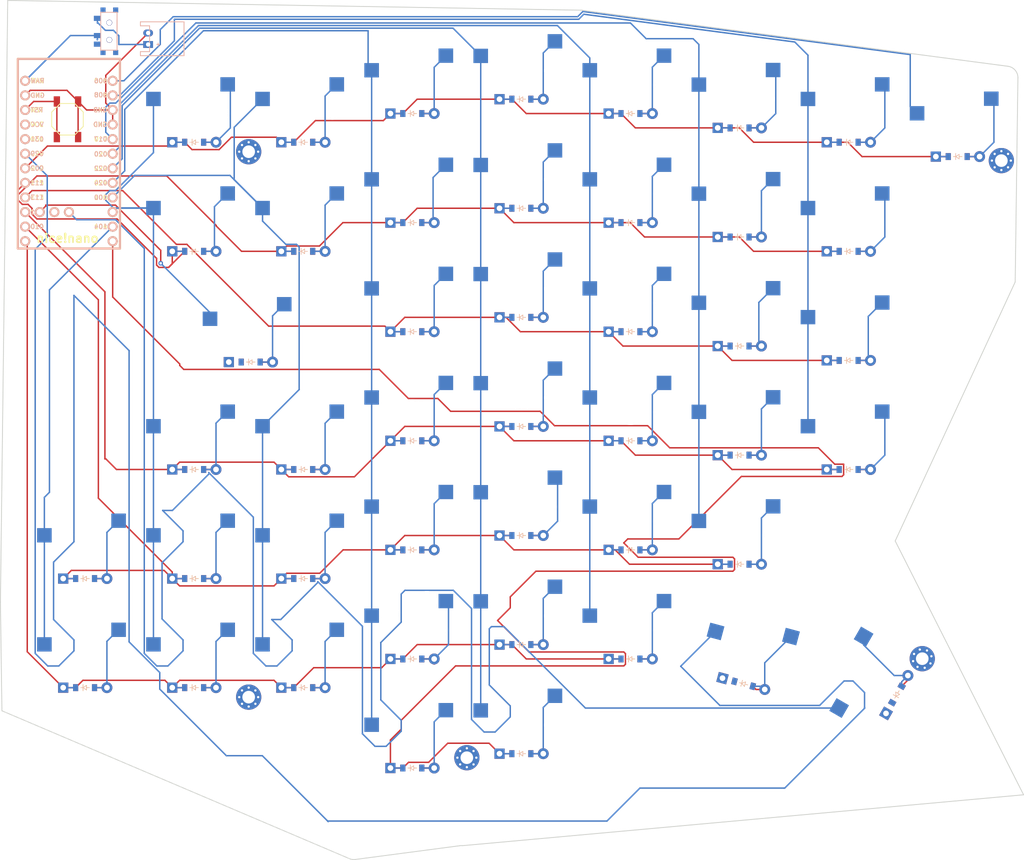
<source format=kicad_pcb>
(kicad_pcb (version 20240108) (generator "pcbnew") (generator_version "8.0")
  (title_block (title "tutorial") (rev "v1.0.0") (company "Unknown"))
  (layers (0 "F.Cu" signal) (31 "B.Cu" signal) (34 "B.Paste" user) (35 "F.Paste" user) (36 "B.SilkS" user "B.Silkscreen") (37 "F.SilkS" user "F.Silkscreen") (38 "B.Mask" user) (39 "F.Mask" user) (44 "Edge.Cuts" user))
  (net 0 "")
  (net 1 "P104")
  (net 2 "arrows_mod")
  (net 3 "arrows_bottom")
  (net 4 "P011")
  (net 5 "outer_mod")
  (net 6 "outer_bottom")
  (net 7 "outer_home")
  (net 8 "outer_num")
  (net 9 "outer_fun")
  (net 10 "P100")
  (net 11 "pinky_mod")
  (net 12 "pinky_bottom")
  (net 13 "pinky_home")
  (net 14 "pinky_num")
  (net 15 "pinky_fun")
  (net 16 "P024")
  (net 17 "ring_fa")
  (net 18 "ring_mod")
  (net 19 "ring_bottom")
  (net 20 "ring_home")
  (net 21 "ring_top")
  (net 22 "ring_num")
  (net 23 "ring_fun")
  (net 24 "P022")
  (net 25 "middle_fa")
  (net 26 "middle_mod")
  (net 27 "middle_bottom")
  (net 28 "middle_home")
  (net 29 "middle_top")
  (net 30 "middle_num")
  (net 31 "middle_fun")
  (net 32 "P020")
  (net 33 "index_mod")
  (net 34 "index_bottom")
  (net 35 "index_home")
  (net 36 "index_top")
  (net 37 "index_num")
  (net 38 "index_fun")
  (net 39 "P017")
  (net 40 "inner_bottom")
  (net 41 "inner_home")
  (net 42 "inner_top")
  (net 43 "inner_num")
  (net 44 "inner_fun")
  (net 45 "P008")
  (net 46 "f45rfc_home")
  (net 47 "f45rfc_top")
  (net 48 "f45rfc_num")
  (net 49 "f45rfc_fun")
  (net 50 "P006")
  (net 51 "f6_fun")
  (net 52 "P029")
  (net 53 "layer_default")
  (net 54 "P107")
  (net 55 "space_default")
  (net 56 "P101")
  (net 57 "tab_default")
  (net 58 "P009")
  (net 59 "P010")
  (net 60 "P111")
  (net 61 "P115")
  (net 62 "P002")
  (net 63 "P106")
  (net 64 "P113")
  (net 65 "RAW")
  (net 66 "GND")
  (net 67 "RST")
  (net 68 "VCC")
  (net 69 "P031")
  (net 70 "P102")
  (net 71 "pos")
  (footprint "E73:SPDT_C128955" (layer "F.Cu") (at 117.4 60.72 -90)
    (property "Reference" "T1" (hide yes))
    (property "Value" "" (hide yes))
  )
  (footprint "E73:SW_TACT_ALPS_SKQGABE010" (layer "F.Cu") (at 110.11 76.05 -90)
    (property "Reference" "B1" (hide yes))
    (property "Value" "" (hide yes))
  )
  (footprint "MX" (layer "F.Cu") (at 189.17 67.55)
    (property "Reference" "S26" (hide yes))
    (property "Value" "" (hide yes))
  )
  (footprint "MountingHole_2.2mm_M2_Pad_Via" (layer "F.Cu") (at 272.77 83.25)
    (property "Reference" "_5" (hide yes))
    (property "Value" "")
  )
  (footprint "MX" (layer "F.Cu") (at 246.17 75.05)
    (property "Reference" "S41" (hide yes))
    (property "Value" "" (hide yes))
  )
  (footprint "ComboDiode" (layer "F.Cu") (at 246.17 99.05)
    (property "Reference" "D40" (hide yes))
    (property "Value" "" (hide yes))
  )
  (footprint "MX" (layer "F.Cu") (at 113.17 170.05)
    (property "Reference" "S1" (hide yes))
    (property "Value" "" (hide yes))
  )
  (footprint "MountingHole_2.2mm_M2_Pad_Via" (layer "F.Cu") (at 141.67 81.7)
    (property "Reference" "_1" (hide yes))
    (property "Value" "")
  )
  (footprint "ComboDiode" (layer "F.Cu") (at 170.17 170.05)
    (property "Reference" "D14" (hide yes))
    (property "Value" "" (hide yes))
  )
  (footprint "MX" (layer "F.Cu") (at 265.17 77.55)
    (property "Reference" "S42" (hide yes))
    (property "Value" "" (hide yes))
  )
  (footprint "MX" (layer "F.Cu") (at 227.17 148.55)
    (property "Reference" "S33" (hide yes))
    (property "Value" "" (hide yes))
  )
  (footprint "ComboDiode" (layer "F.Cu") (at 170.17 151.05)
    (property "Reference" "D15" (hide yes))
    (property "Value" "" (hide yes))
  )
  (footprint "ComboDiode" (layer "F.Cu") (at 208.17 75.05)
    (property "Reference" "D32" (hide yes))
    (property "Value" "" (hide yes))
  )
  (footprint "ComboDiode" (layer "F.Cu") (at 227.17 115.55)
    (property "Reference" "D35" (hide yes))
    (property "Value" "" (hide yes))
  )
  (footprint "MX" (layer "F.Cu") (at 208.17 70.05)
    (property "Reference" "S32" (hide yes))
    (property "Value" "" (hide yes))
  )
  (footprint "MX" (layer "F.Cu") (at 170.17 146.05)
    (property "Reference" "S15" (hide yes))
    (property "Value" "" (hide yes))
  )
  (footprint "MX" (layer "F.Cu") (at 189.17 162.55)
    (property "Reference" "S21" (hide yes))
    (property "Value" "" (hide yes))
  )
  (footprint "MX" (layer "F.Cu") (at 170.17 89.05)
    (property "Reference" "S18" (hide yes))
    (property "Value" "" (hide yes))
  )
  (footprint "MX" (layer "F.Cu") (at 227.17 110.55)
    (property "Reference" "S35" (hide yes))
    (property "Value" "" (hide yes))
  )
  (footprint "ComboDiode" (layer "F.Cu") (at 151.17 175.05)
    (property "Reference" "D8" (hide yes))
    (property "Value" "" (hide yes))
  )
  (footprint "MountingHole_2.2mm_M2_Pad_Via" (layer "F.Cu") (at 258.990986 170.003718 60)
    (property "Reference" "_4" (hide yes))
    (property "Value" "")
  )
  (footprint "ComboDiode" (layer "F.Cu") (at 151.17 156.05)
    (property "Reference" "D9" (hide yes))
    (property "Value" "" (hide yes))
  )
  (footprint "MX" (layer "F.Cu") (at 227.17 72.55)
    (property "Reference" "S37" (hide yes))
    (property "Value" "" (hide yes))
  )
  (footprint "MountingHole_2.2mm_M2_Pad_Via" (layer "F.Cu") (at 179.67 187.25)
    (property "Reference" "_3" (hide yes))
    (property "Value" "")
  )
  (footprint "MX" (layer "F.Cu") (at 246.17 132.05)
    (property "Reference" "S38" (hide yes))
    (property "Value" "" (hide yes))
  )
  (footprint "ComboDiode" (layer "F.Cu") (at 227.875905 174.379629 -15)
    (property "Reference" "D43" (hide yes))
    (property "Value" "" (hide yes))
  )
  (footprint "MX" (layer "F.Cu") (at 132.17 94.05)
    (property "Reference" "S6" (hide yes))
    (property "Value" "" (hide yes))
  )
  (footprint "ComboDiode" (layer "F.Cu") (at 227.17 134.55)
    (property "Reference" "D34" (hide yes))
    (property "Value" "" (hide yes))
  )
  (footprint "ComboDiode" (layer "F.Cu") (at 189.17 72.55)
    (property "Reference" "D26" (hide yes))
    (property "Value" "" (hide yes))
  )
  (footprint "MX" (layer "F.Cu") (at 208.17 127.05)
    (property "Reference" "S29" (hide yes))
    (property "Value" "" (hide yes))
  )
  (footprint "ComboDiode" (layer "F.Cu") (at 142.02 118.34)
    (property "Reference" "D45" (hide yes))
    (property "Value" "" (hide yes))
  )
  (footprint "ComboDiode" (layer "F.Cu") (at 113.17 156.05)
    (property "Reference" "D2" (hide yes))
    (property "Value" "" (hide yes))
  )
  (footprint "MX" (layer "F.Cu") (at 170.17 70.05)
    (property "Reference" "S19" (hide yes))
    (property "Value" "" (hide yes))
  )
  (footprint "MX" (layer "F.Cu") (at 189.17 143.55)
    (property "Reference" "S22" (hide yes))
    (property "Value" "" (hide yes))
  )
  (footprint "ComboDiode" (layer "F.Cu") (at 170.17 132.05)
    (property "Reference" "D16" (hide yes))
    (property "Value" "" (hide yes))
  )
  (footprint "ComboDiode" (layer "F.Cu") (at 246.17 118.05)
    (property "Reference" "D39" (hide yes))
    (property "Value" "" (hide yes))
  )
  (footprint "MX" (layer "F.Cu") (at 227.17 91.55)
    (property "Reference" "S36" (hide yes))
    (property "Value" "" (hide yes))
  )
  (footprint "MX" (layer "F.Cu") (at 246.17 113.05)
    (property "Reference" "S39" (hide yes))
    (property "Value" "" (hide yes))
  )
  (footprint "MountingHole_2.2mm_M2_Pad_Via" (layer "F.Cu") (at 141.67 176.7)
    (property "Reference" "_2" (hide yes))
    (property "Value" "")
  )
  (footprint "ComboDiode" (layer "F.Cu") (at 208.17 170.05)
    (property "Reference" "D27" (hide yes))
    (property "Value" "" (hide yes))
  )
  (footprint "MX" (layer "F.Cu") (at 189.17 124.55)
    (property "Reference" "S23" (hide yes))
    (property "Value" "" (hide yes))
  )
  (footprint "ComboDiode" (layer "F.Cu") (at 246.17 80.05)
    (property "Reference" "D41" (hide yes))
    (property "Value" "" (hide yes))
  )
  (footprint "MX" (layer "F.Cu") (at 189.17 86.55)
    (property "Reference" "S25" (hide yes))
    (property "Value" "" (hide yes))
  )
  (footprint "ComboDiode" (layer "F.Cu") (at 151.17 99.05)
    (property "Reference" "D11" (hide yes))
    (property "Value" "" (hide yes))
  )
  (footprint "MX" (layer "F.Cu") (at 151.17 132.05)
    (property "Reference" "S10" (hide yes))
    (property "Value" "" (hide yes))
  )
  (footprint "MX" (layer "F.Cu") (at 132.17 151.05)
    (property "Reference" "S4" (hide yes))
    (property "Value" "" (hide yes))
  )
  (footprint "ComboDiode" (layer "F.Cu") (at 254.584769 176.235511 60)
    (property "Reference" "D44" (hide yes))
    (property "Value" "" (hide yes))
  )
  (footprint "ComboDiode" (layer "F.Cu") (at 227.17 77.55)
    (property "Reference" "D37" (hide yes))
    (property "Value" "" (hide yes))
  )
  (footprint "ComboDiode" (layer "F.Cu") (at 132.17 99.05)
    (property "Reference" "D6" (hide yes))
    (property "Value" "" (hide yes))
  )
  (footprint "ComboDiode" (layer "F.Cu") (at 189.17 110.55)
    (property "Reference" "D24" (hide yes))
    (property "Value" "" (hide yes))
  )
  (footprint "MX" (layer "F.Cu") (at 229.17 169.55 -15)
    (property "Reference" "S43" (hide yes))
    (property "Value" "" (hide yes))
  )
  (footprint "MX" (layer "F.Cu") (at 170.17 108.05)
    (property "Reference" "S17" (hide yes))
    (property "Value" "" (hide yes))
  )
  (footprint "ComboDiode" (layer "F.Cu") (at 170.17 75.05)
    (property "Reference" "D19" (hide yes))
    (property "Value" "" (hide yes))
  )
  (footprint "ComboDiode" (layer "F.Cu") (at 151.17 80.05)
    (property "Reference" "D12" (hide yes))
    (property "Value" "" (hide yes))
  )
  (footprint "MX" (layer "F.Cu") (at 208.17 89.05)
    (property "Reference" "S31" (hide yes))
    (property "Value" "" (hide yes))
  )
  (footprint "MX" (layer "F.Cu") (at 246.17 94.05)
    (property "Reference" "S40" (hide yes))
    (property "Value" "" (hide yes))
  )
  (footprint "ComboDiode" (layer "F.Cu") (at 246.17 137.05)
    (property "Reference" "D38" (hide yes))
    (property "Value" "" (hide yes))
  )
  (footprint "ComboDiode" (layer "F.Cu") (at 170.17 94.05)
    (property "Reference" "D18" (hide yes))
    (property "Value" "" (hide yes))
  )
  (footprint "JST_PH_S2B-PH-K_02x2.00mm_Angled" (layer "F.Cu") (at 124.16 62.02 90)
    (property "Reference" "JST1" (hide yes))
    (property "Value" "" (hide yes))
  )
  (footprint "ComboDiode" (layer "F.Cu") (at 189.17 91.55)
    (property "Reference" "D25" (hide yes))
    (property "Value" "" (hide yes))
  )
  (footprint "ComboDiode" (layer "F.Cu") (at 227.17 153.55)
    (property "Reference" "D33" (hide yes))
    (property "Value" "" (hide yes))
  )
  (footprint "ComboDiode" (layer "F.Cu") (at 132.17 137.05)
    (property "Reference" "D5" (hide yes))
    (property "Value" "" (hide yes))
  )
  (footprint "ComboDiode" (layer "F.Cu") (at 208.17 151.05)
    (property "Reference" "D28" (hide yes))
    (property "Value" "" (hide yes))
  )
  (footprint "MX" (layer "F.Cu") (at 208.17 108.05)
    (property "Reference" "S30" (hide yes))
    (property "Value" "" (hide yes))
  )
  (footprint "MX" (layer "F.Cu") (at 151.17 75.05)
    (property "Reference" "S12" (hide yes))
    (property "Value" "" (hide yes))
  )
  (footprint "MX" (layer "F.Cu") (at 170.17 127.05)
    (property "Reference" "S16" (hide yes))
    (property "Value" "" (hide yes))
  )
  (footprint "ComboDiode" (layer "F.Cu") (at 208.17 113.05)
    (property "Reference" "D30" (hide yes))
    (property "Value" "" (hide yes))
  )
  (footprint "MX" (layer "F.Cu") (at 132.17 132.05)
    (property "Reference" "S5" (hide yes))
    (property "Value" "" (hide yes))
  )
  (footprint "ComboDiode" (layer "F.Cu") (at 113.17 175.05)
    (property "Reference" "D1" (hide yes))
    (property "Value" "" (hide yes))
  )
  (footprint "ComboDiode" (layer "F.Cu") (at 151.17 137.05)
    (property "Reference" "D10" (hide yes))
    (property "Value" "" (hide yes))
  )
  (footprint "nice_nano" (layer "F.Cu") (at 110.36 83.32 -90)
    (property "Reference" "MCU1" (hide yes))
    (property "Value" "nice_nano" (hide yes))
  )
  (footprint "ComboDiode" (layer "F.Cu") (at 227.17 96.55)
    (property "Reference" "D36" (hide yes))
    (property "Value" "" (hide yes))
  )
  (footprint "ComboDiode" (layer "F.Cu") (at 189.17 186.55)
    (property "Reference" "D20" (hide yes))
    (property "Value" "" (hide yes))
  )
  (footprint "ComboDiode" (layer "F.Cu") (at 132.17 156.05)
    (property "Reference" "D4" (hide yes))
    (property "Value" "" (hide yes))
  )
  (footprint "ComboDiode" (layer "F.Cu") (at 208.17 94.05)
    (property "Reference" "D31" (hide yes))
    (property "Value" "" (hide yes))
  )
  (footprint "ComboDiode" (layer "F.Cu") (at 189.17 129.55)
    (property "Reference" "D23" (hide yes))
    (property "Value" "" (hide yes))
  )
  (footprint "MX" (layer "F.Cu") (at 151.17 170.05)
    (property "Reference" "S8" (hide yes))
    (property "Value" "" (hide yes))
  )
  (footprint "MX" (layer "F.Cu") (at 208.17 165.05)
    (property "Reference" "S27" (hide yes))
    (property "Value" "" (hide yes))
  )
  (footprint "MX" (layer "F.Cu") (at 189.17 105.55)
    (property "Reference" "S24" (hide yes))
    (property "Value" "" (hide yes))
  )
  (footprint "ComboDiode" (layer "F.Cu") (at 132.17 175.05)
    (property "Reference" "D3" (hide yes))
    (property "Value" "" (hide yes))
  )
  (footprint "ComboDiode" (layer "F.Cu") (at 170.17 189.05)
    (property "Reference" "D13" (hide yes))
    (property "Value" "" (hide yes))
  )
  (footprint "ComboDiode" (layer "F.Cu") (at 265.17 82.55)
    (property "Reference" "D42" (hide yes))
    (property "Value" "" (hide yes))
  )
  (footprint "MX" (layer "F.Cu") (at 113.17 151.05)
    (property "Reference" "S2" (hide yes))
    (property "Value" "" (hide yes))
  )
  (footprint "MX" (layer "F.Cu") (at 250.254642 173.735511 60)
    (property "Reference" "S44" (hide yes))
    (property "Value" "" (hide yes))
  )
  (footprint "MX" (layer "F.Cu") (at 132.17 75.05)
    (property "Reference" "S7" (hide yes))
    (property "Value" "" (hide yes))
  )
  (footprint "MX" (layer "F.Cu") (at 151.17 151.05)
    (property "Reference" "S9" (hide yes))
    (property "Value" "" (hide yes))
  )
  (footprint "MX" (layer "F.Cu") (at 189.17 181.55)
    (property "Reference" "S20" (hide yes))
    (property "Value" "" (hide yes))
  )
  (footprint "MX" (layer "F.Cu") (at 132.17 170.05)
    (property "Reference" "S3" (hide yes))
    (property "Value" "" (hide yes))
  )
  (footprint "ComboDiode" (layer "F.Cu") (at 208.17 132.05)
    (property "Reference" "D29" (hide yes))
    (property "Value" "" (hide yes))
  )
  (footprint "MX" (layer "F.Cu") (at 142.02 113.34)
    (property "Reference" "S45" (hide yes))
    (property "Value" "" (hide yes))
  )
  (footprint "MX" (layer "F.Cu") (at 151.17 94.05)
    (property "Reference" "S11" (hide yes))
    (property "Value" "" (hide yes))
  )
  (footprint "MX" (layer "F.Cu") (at 170.17 165.05)
    (property "Reference" "S14" (hide yes))
    (property "Value" "" (hide yes))
  )
  (footprint "ComboDiode" (layer "F.Cu") (at 189.17 167.55)
    (property "Reference" "D21" (hide yes))
    (property "Value" "" (hide yes))
  )
  (footprint "MX" (layer "F.Cu") (at 208.17 146.05)
    (property "Reference" "S28" (hide yes))
    (property "Value" "" (hide yes))
  )
  (footprint "ComboDiode" (layer "F.Cu") (at 170.17 113.05)
    (property "Reference" "D17" (hide yes))
    (property "Value" "" (hide yes))
  )
  (footprint "MX" (layer "F.Cu") (at 170.17 184.05)
    (property "Reference" "S13" (hide yes))
    (property "Value" "" (hide yes))
  )
  (footprint "MX" (layer "F.Cu") (at 227.17 129.55)
    (property "Reference" "S34" (hide yes))
    (property "Value" "" (hide yes))
  )
  (footprint "ComboDiode" (layer "F.Cu") (at 132.17 80.05)
    (property "Reference" "D7" (hide yes))
    (property "Value" "" (hide yes))
  )
  (footprint "ComboDiode" (layer "F.Cu") (at 189.17 148.55)
    (property "Reference" "D22" (hide yes))
    (property "Value" "" (hide yes))
  )
  (gr_arc (start 199.526818 57.051736) (mid 199.669696 57.055111) (end 199.811968 57.06868) (stroke (width 0.15)) (layer "Edge.Cuts"))
  (gr_arc (start 273.914357 66.818994) (mid 275.16326 67.490236) (end 275.65336 68.820697) (stroke (width 0.15)) (layer "Edge.Cuts"))
  (gr_line (start 99.7 55.35) (end 199.526819 57.051736) (stroke (width 0.15)) (layer "Edge.Cuts"))
  (gr_arc (start 178.442973 202.579872) (mid 178.670221 202.563064) (end 178.897905 202.572214) (stroke (width 0.15)) (layer "Edge.Cuts"))
  (gr_arc (start 160.248205 204.97392) (mid 159.682686 204.967679) (end 159.141525 204.803378) (stroke (width 0.15)) (layer "Edge.Cuts"))
  (gr_line (start 199.811968 57.06868) (end 273.914357 66.818994) (stroke (width 0.15)) (layer "Edge.Cuts"))
  (gr_line (start 254.28 149.5) (end 276.64 193.71) (stroke (width 0.15)) (layer "Edge.Cuts"))
  (gr_line (start 276.64 193.71) (end 178.897905 202.572214) (stroke (width 0.15)) (layer "Edge.Cuts"))
  (gr_line (start 178.442973 202.579872) (end 160.248205 204.97392) (stroke (width 0.15)) (layer "Edge.Cuts"))
  (gr_line (start 98.69 179.08) (end 98.43 160.14) (stroke (width 0.15)) (layer "Edge.Cuts"))
  (gr_line (start 98.43 160.14) (end 99.7 55.35) (stroke (width 0.15)) (layer "Edge.Cuts"))
  (gr_line (start 275.18 104.39) (end 254.28 149.5) (stroke (width 0.15)) (layer "Edge.Cuts"))
  (gr_line (start 275.65336 68.820697) (end 275.18 104.39) (stroke (width 0.15)) (layer "Edge.Cuts"))
  (gr_line (start 159.141525 204.803378) (end 98.69 179.08) (stroke (width 0.15)) (layer "Edge.Cuts"))
  (segment (start 106.97 105.76) (end 117.98 94.75) (width 0.25) (layer "B.Cu") (net 1))
  (segment (start 106.085 167.51) (end 106.085 148.51) (width 0.25) (layer "B.Cu") (net 1))
  (segment (start 106.085 141.905) (end 106.97 141.02) (width 0.25) (layer "B.Cu") (net 1))
  (segment (start 106.085 148.51) (end 106.085 141.905) (width 0.25) (layer "B.Cu") (net 1))
  (segment (start 106.97 141.02) (end 106.97 105.76) (width 0.25) (layer "B.Cu") (net 1))
  (segment (start 116.98 175.05) (end 114.82 175.05) (width 0.25) (layer "F.Cu") (net 2))
  (segment (start 119.012 164.97) (end 118.987 164.97) (width 0.25) (layer "B.Cu") (net 2))
  (segment (start 114.82 175.05) (end 116.98 175.05) (width 0.25) (layer "B.Cu") (net 2))
  (segment (start 116.98 166.977) (end 116.98 175.05) (width 0.25) (layer "B.Cu") (net 2))
  (segment (start 118.987 164.97) (end 116.98 166.977) (width 0.25) (layer "B.Cu") (net 2))
  (segment (start 116.98 156.05) (end 114.82 156.05) (width 0.25) (layer "F.Cu") (net 3))
  (segment (start 116.98 156.05) (end 114.82 156.05) (width 0.25) (layer "B.Cu") (net 3))
  (segment (start 116.98 148.002) (end 116.98 156.05) (width 0.25) (layer "B.Cu") (net 3))
  (segment (start 119.012 145.97) (end 116.98 148.002) (width 0.25) (layer "B.Cu") (net 3))
  (segment (start 125.085 129.51) (end 125.085 91.51) (width 0.25) (layer "B.Cu") (net 4))
  (segment (start 117.482405 88.4687) (end 116.7787 89.172405) (width 0.25) (layer "B.Cu") (net 4))
  (segment (start 116.7787 90.167595) (end 118.121105 91.51) (width 0.25) (layer "B.Cu") (net 4))
  (segment (start 125.085 167.51) (end 125.085 148.51) (width 0.25) (layer "B.Cu") (net 4))
  (segment (start 125.085 148.51) (end 125.085 129.51) (width 0.25) (layer "B.Cu") (net 4))
  (segment (start 118.68 91.51) (end 117.98 92.21) (width 0.25) (layer "B.Cu") (net 4))
  (segment (start 118.121105 91.51) (end 125.085 91.51) (width 0.25) (layer "B.Cu") (net 4))
  (segment (start 116.7787 89.172405) (end 116.7787 90.167595) (width 0.25) (layer "B.Cu") (net 4))
  (segment (start 125.085 91.51) (end 118.68 91.51) (width 0.25) (layer "B.Cu") (net 4))
  (segment (start 125.085 81.861295) (end 118.477595 88.4687) (width 0.25) (layer "B.Cu") (net 4))
  (segment (start 118.477595 88.4687) (end 117.482405 88.4687) (width 0.25) (layer "B.Cu") (net 4))
  (segment (start 125.085 72.51) (end 125.085 81.861295) (width 0.25) (layer "B.Cu") (net 4))
  (segment (start 135.98 175.05) (end 133.82 175.05) (width 0.25) (layer "F.Cu") (net 5))
  (segment (start 135.98 175.05) (end 133.82 175.05) (width 0.25) (layer "B.Cu") (net 5))
  (segment (start 135.98 167.002) (end 135.98 175.05) (width 0.25) (layer "B.Cu") (net 5))
  (segment (start 138.012 164.97) (end 135.98 167.002) (width 0.25) (layer "B.Cu") (net 5))
  (segment (start 133.82 156.05) (end 135.98 156.05) (width 0.25) (layer "F.Cu") (net 6))
  (segment (start 138.012 145.97) (end 135.98 148.002) (width 0.25) (layer "B.Cu") (net 6))
  (segment (start 135.98 148.002) (end 135.98 156.05) (width 0.25) (layer "B.Cu") (net 6))
  (segment (start 135.98 156.05) (end 133.82 156.05) (width 0.25) (layer "B.Cu") (net 6))
  (segment (start 135.98 137.05) (end 133.82 137.05) (width 0.25) (layer "F.Cu") (net 7))
  (segment (start 135.98 128.977) (end 135.98 137.05) (width 0.25) (layer "B.Cu") (net 7))
  (segment (start 137.987 126.97) (end 135.98 128.977) (width 0.25) (layer "B.Cu") (net 7))
  (segment (start 135.98 137.05) (end 133.82 137.05) (width 0.25) (layer "B.Cu") (net 7))
  (segment (start 138.012 126.97) (end 137.987 126.97) (width 0.25) (layer "B.Cu") (net 7))
  (segment (start 135.98 99.05) (end 133.82 99.05) (width 0.25) (layer "F.Cu") (net 8))
  (segment (start 138.012 88.97) (end 135.71 91.272) (width 0.25) (layer "B.Cu") (net 8))
  (segment (start 135.71 98.78) (end 135.98 99.05) (width 0.25) (layer "B.Cu") (net 8))
  (segment (start 135.98 99.05) (end 133.82 99.05) (width 0.25) (layer "B.Cu") (net 8))
  (segment (start 135.71 91.272) (end 135.71 98.78) (width 0.25) (layer "B.Cu") (net 8))
  (segment (start 135.98 80.05) (end 133.82 80.05) (width 0.25) (layer "F.Cu") (net 9))
  (segment (start 138.4759 70.4339) (end 138.4759 77.5541) (width 0.25) (layer "B.Cu") (net 9))
  (segment (start 133.82 80.05) (end 135.98 80.05) (width 0.25) (layer "B.Cu") (net 9))
  (segment (start 138.4759 77.5541) (end 135.98 80.05) (width 0.25) (layer "B.Cu") (net 9))
  (segment (start 138.012 69.97) (end 138.4759 70.4339) (width 0.25) (layer "B.Cu") (net 9))
  (segment (start 150.006 97.836) (end 150.46 98.29) (width 0.25) (layer "B.Cu") (net 10))
  (segment (start 144.085 91.51) (end 138.405 85.83) (width 0.25) (layer "B.Cu") (net 10))
  (segment (start 148.142316 97.836) (end 150.006 97.836) (width 0.25) (layer "B.Cu") (net 10))
  (segment (start 144.085 129.51) (end 144.085 148.51) (width 0.25) (layer "B.Cu") (net 10))
  (segment (start 150.46 98.29) (end 150.46 123.135) (width 0.25) (layer "B.Cu") (net 10))
  (segment (start 144.085 93.778684) (end 148.142316 97.836) (width 0.25) (layer "B.Cu") (net 10))
  (segment (start 144.085 72.51) (end 139.145 77.45) (width 0.25) (layer "B.Cu") (net 10))
  (segment (start 150.46 123.135) (end 144.085 129.51) (width 0.25) (layer "B.Cu") (net 10))
  (segment (start 144.085 167.51) (end 144.085 148.51) (width 0.25) (layer "B.Cu") (net 10))
  (segment (start 139.145 86.57) (end 144.085 91.51) (width 0.25) (layer "B.Cu") (net 10))
  (segment (start 121.82 85.83) (end 117.98 89.67) (width 0.25) (layer "B.Cu") (net 10))
  (segment (start 144.085 91.51) (end 144.085 93.778684) (width 0.25) (layer "B.Cu") (net 10))
  (segment (start 139.145 77.45) (end 139.145 86.57) (width 0.25) (layer "B.Cu") (net 10))
  (segment (start 138.405 85.83) (end 121.82 85.83) (width 0.25) (layer "B.Cu") (net 10))
  (segment (start 154.98 175.05) (end 152.82 175.05) (width 0.25) (layer "F.Cu") (net 11))
  (segment (start 157.012 164.97) (end 154.98 167.002) (width 0.25) (layer "B.Cu") (net 11))
  (segment (start 154.98 175.05) (end 152.82 175.05) (width 0.25) (layer "B.Cu") (net 11))
  (segment (start 154.98 167.002) (end 154.98 175.05) (width 0.25) (layer "B.Cu") (net 11))
  (segment (start 154.98 156.05) (end 152.82 156.05) (width 0.25) (layer "F.Cu") (net 12))
  (segment (start 154.98 156.05) (end 152.82 156.05) (width 0.25) (layer "B.Cu") (net 12))
  (segment (start 154.98 148.002) (end 154.98 156.05) (width 0.25) (layer "B.Cu") (net 12))
  (segment (start 157.012 145.97) (end 154.98 148.002) (width 0.25) (layer "B.Cu") (net 12))
  (segment (start 154.98 137.05) (end 152.82 137.05) (width 0.25) (layer "F.Cu") (net 13))
  (segment (start 157.012 126.97) (end 154.98 129.002) (width 0.25) (layer "B.Cu") (net 13))
  (segment (start 154.98 137.05) (end 152.82 137.05) (width 0.25) (layer "B.Cu") (net 13))
  (segment (start 154.98 129.002) (end 154.98 137.05) (width 0.25) (layer "B.Cu") (net 13))
  (segment (start 154.98 99.05) (end 152.82 99.05) (width 0.25) (layer "F.Cu") (net 14))
  (segment (start 154.98 91.002) (end 154.98 99.05) (width 0.25) (layer "B.Cu") (net 14))
  (segment (start 154.98 99.05) (end 152.82 99.05) (width 0.25) (layer "B.Cu") (net 14))
  (segment (start 157.012 88.97) (end 154.98 91.002) (width 0.25) (layer "B.Cu") (net 14))
  (segment (start 154.98 80.05) (end 152.82 80.05) (width 0.25) (layer "F.Cu") (net 15))
  (segment (start 154.98 72.002) (end 154.98 80.05) (width 0.25) (layer "B.Cu") (net 15))
  (segment (start 157.012 69.97) (end 154.98 72.002) (width 0.25) (layer "B.Cu") (net 15))
  (segment (start 154.98 80.05) (end 152.82 80.05) (width 0.25) (layer "B.Cu") (net 15))
  (segment (start 163.06 67.51) (end 162.47 66.92) (width 0.25) (layer "B.Cu") (net 16))
  (segment (start 163.085 86.51) (end 163.085 105.51) (width 0.25) (layer "B.Cu") (net 16))
  (segment (start 133.792743 60.627257) (end 120.0813 74.3387) (width 0.25) (layer "B.Cu") (net 16))
  (segment (start 163.085 143.51) (end 163.085 162.51) (width 0.25) (layer "B.Cu") (net 16))
  (segment (start 163.085 67.51) (end 163.085 86.51) (width 0.25) (layer "B.Cu") (net 16))
  (segment (start 163.085 105.51) (end 163.085 124.51) (width 0.25) (layer "B.Cu") (net 16))
  (segment (start 162.47 60.627257) (end 133.792743 60.627257) (width 0.25) (layer "B.Cu") (net 16))
  (segment (start 163.085 162.51) (end 163.085 181.51) (width 0.25) (layer "B.Cu") (net 16))
  (segment (start 120.0813 74.3387) (end 120.0813 85.0287) (width 0.25) (layer "B.Cu") (net 16))
  (segment (start 162.47 66.92) (end 162.47 60.627257) (width 0.25) (layer "B.Cu") (net 16))
  (segment (start 163.085 124.51) (end 163.085 143.51) (width 0.25) (layer "B.Cu") (net 16))
  (segment (start 163.085 67.51) (end 163.06 67.51) (width 0.25) (layer "B.Cu") (net 16))
  (segment (start 120.0813 85.0287) (end 117.98 87.13) (width 0.25) (layer "B.Cu") (net 16))
  (segment (start 171.82 189.05) (end 173.98 189.05) (width 0.25) (layer "F.Cu") (net 17))
  (segment (start 173.98 181.002) (end 173.98 189.05) (width 0.25) (layer "B.Cu") (net 17))
  (segment (start 173.98 189.05) (end 171.82 189.05) (width 0.25) (layer "B.Cu") (net 17))
  (segment (start 176.012 178.97) (end 173.98 181.002) (width 0.25) (layer "B.Cu") (net 17))
  (segment (start 173.98 170.05) (end 173.98 170.95) (width 0.25) (layer "F.Cu") (net 18))
  (segment (start 171.82 170.05) (end 173.98 170.05) (width 0.25) (layer "F.Cu") (net 18))
  (segment (start 176.012 159.97) (end 176.4759 160.4339) (width 0.25) (layer "B.Cu") (net 18))
  (segment (start 173.98 170.05) (end 171.82 170.05) (width 0.25) (layer "B.Cu") (net 18))
  (segment (start 176.4759 167.5541) (end 173.98 170.05) (width 0.25) (layer "B.Cu") (net 18))
  (segment (start 176.4759 160.4339) (end 176.4759 167.5541) (width 0.25) (layer "B.Cu") (net 18))
  (segment (start 173.98 151.05) (end 171.82 151.05) (width 0.25) (layer "F.Cu") (net 19))
  (segment (start 173.98 143.002) (end 173.98 151.05) (width 0.25) (layer "B.Cu") (net 19))
  (segment (start 176.012 140.97) (end 173.98 143.002) (width 0.25) (layer "B.Cu") (net 19))
  (segment (start 173.98 151.05) (end 171.82 151.05) (width 0.25) (layer "B.Cu") (net 19))
  (segment (start 173.98 132.05) (end 171.82 132.05) (width 0.25) (layer "F.Cu") (net 20))
  (segment (start 173.98 132.05) (end 171.82 132.05) (width 0.25) (layer "B.Cu") (net 20))
  (segment (start 176.012 121.97) (end 173.98 124.002) (width 0.25) (layer "B.Cu") (net 20))
  (segment (start 173.98 124.002) (end 173.98 132.05) (width 0.25) (layer "B.Cu") (net 20))
  (segment (start 173.98 113.05) (end 171.82 113.05) (width 0.25) (layer "F.Cu") (net 21))
  (segment (start 173.98 105.002) (end 173.98 113.05) (width 0.25) (layer "B.Cu") (net 21))
  (segment (start 176.012 102.97) (end 173.98 105.002) (width 0.25) (layer "B.Cu") (net 21))
  (segment (start 173.98 113.05) (end 171.82 113.05) (width 0.25) (layer "B.Cu") (net 21))
  (segment (start 173.98 94.05) (end 171.82 94.05) (width 0.25) (layer "F.Cu") (net 22))
  (segment (start 173.79 93.86) (end 173.98 94.05) (width 0.25) (layer "B.Cu") (net 22))
  (segment (start 173.98 94.05) (end 171.82 94.05) (width 0.25) (layer "B.Cu") (net 22))
  (segment (start 173.79 86.192) (end 173.79 93.86) (width 0.25) (layer "B.Cu") (net 22))
  (segment (start 176.012 83.97) (end 173.79 86.192) (width 0.25) (layer "B.Cu") (net 22))
  (segment (start 173.98 75.05) (end 171.82 75.05) (width 0.25) (layer "F.Cu") (net 23))
  (segment (start 173.98 75.05) (end 171.82 75.05) (width 0.25) (layer "B.Cu") (net 23))
  (segment (start 176.012 64.97) (end 173.98 67.002) (width 0.25) (layer "B.Cu") (net 23))
  (segment (start 173.98 67.002) (end 173.98 75.05) (width 0.25) (layer "B.Cu") (net 23))
  (segment (start 182.085 84.01) (end 182.085 103.01) (width 0.25) (layer "B.Cu") (net 24))
  (segment (start 177.252257 60.177257) (end 133.116396 60.177257) (width 0.25) (layer "B.Cu") (net 24))
  (segment (start 182.085 65.01) (end 177.252257 60.177257) (width 0.25) (layer "B.Cu") (net 24))
  (segment (start 182.085 65.01) (end 182.085 84.01) (width 0.25) (layer "B.Cu") (net 24))
  (segment (start 119.6313 73.662353) (end 119.6313 82.9387) (width 0.25) (layer "B.Cu") (net 24))
  (segment (start 182.085 160.01) (end 182.085 141.01) (width 0.25) (layer "B.Cu") (net 24))
  (segment (start 182.085 179.01) (end 182.085 160.01) (width 0.25) (layer "B.Cu") (net 24))
  (segment (start 133.116396 60.177257) (end 119.6313 73.662353) (width 0.25) (layer "B.Cu") (net 24))
  (segment (start 119.6313 82.9387) (end 117.98 84.59) (width 0.25) (layer "B.Cu") (net 24))
  (segment (start 182.085 141.01) (end 182.085 122.01) (width 0.25) (layer "B.Cu") (net 24))
  (segment (start 182.085 103.01) (end 182.085 122.01) (width 0.25) (layer "B.Cu") (net 24))
  (segment (start 192.98 186.55) (end 190.82 186.55) (width 0.25) (layer "F.Cu") (net 25))
  (segment (start 192.98 178.502) (end 192.98 186.55) (width 0.25) (layer "B.Cu") (net 25))
  (segment (start 192.98 186.55) (end 190.82 186.55) (width 0.25) (layer "B.Cu") (net 25))
  (segment (start 195.012 176.47) (end 192.98 178.502) (width 0.25) (layer "B.Cu") (net 25))
  (segment (start 192.98 167.55) (end 190.82 167.55) (width 0.25) (layer "F.Cu") (net 26))
  (segment (start 195.012 157.47) (end 192.98 159.502) (width 0.25) (layer "B.Cu") (net 26))
  (segment (start 192.98 167.55) (end 190.82 167.55) (width 0.25) (layer "B.Cu") (net 26))
  (segment (start 192.98 159.502) (end 192.98 167.55) (width 0.25) (layer "B.Cu") (net 26))
  (segment (start 192.98 148.55) (end 190.82 148.55) (width 0.25) (layer "F.Cu") (net 27))
  (segment (start 195.012 138.47) (end 195.4759 138.9339) (width 0.25) (layer "B.Cu") (net 27))
  (segment (start 195.4759 138.9339) (end 195.4759 146.0541) (width 0.25) (layer "B.Cu") (net 27))
  (segment (start 192.98 148.55) (end 190.82 148.55) (width 0.25) (layer "B.Cu") (net 27))
  (segment (start 195.4759 146.0541) (end 192.98 148.55) (width 0.25) (layer "B.Cu") (net 27))
  (segment (start 192.98 129.55) (end 190.82 129.55) (width 0.25) (layer "F.Cu") (net 28))
  (segment (start 192.98 121.502) (end 192.98 129.55) (width 0.25) (layer "B.Cu") (net 28))
  (segment (start 195.012 119.47) (end 192.98 121.502) (width 0.25) (layer "B.Cu") (net 28))
  (segment (start 192.98 129.55) (end 190.82 129.55) (width 0.25) (layer "B.Cu") (net 28))
  (segment (start 192.98 110.55) (end 190.82 110.55) (width 0.25) (layer "F.Cu") (net 29))
  (segment (start 195.012 100.47) (end 192.98 102.502) (width 0.25) (layer "B.Cu") (net 29))
  (segment (start 192.98 102.502) (end 192.98 110.55) (width 0.25) (layer "B.Cu") (net 29))
  (segment (start 192.98 110.55) (end 190.82 110.55) (width 0.25) (layer "B.Cu") (net 29))
  (segment (start 192.98 91.55) (end 190.82 91.55) (width 0.25) (layer "F.Cu") (net 30))
  (segment (start 195.012 81.47) (end 192.98 83.502) (width 0.25) (layer "B.Cu") (net 30))
  (segment (start 192.98 91.55) (end 190.82 91.55) (width 0.25) (layer "B.Cu") (net 30))
  (segment (start 192.98 83.502) (end 192.98 91.55) (width 0.25) (layer "B.Cu") (net 30))
  (segment (start 192.98 72.55) (end 190.82 72.55) (width 0.25) (layer "F.Cu") (net 31))
  (segment (start 195.012 62.47) (end 192.98 64.502) (width 0.25) (layer "B.Cu") (net 31))
  (segment (start 192.98 72.55) (end 190.82 72.55) (width 0.25) (layer "B.Cu") (net 31))
  (segment (start 192.98 64.502) (end 192.98 72.55) (width 0.25) (layer "B.Cu") (net 31))
  (segment (start 201.085 124.51) (end 201.085 105.51) (width 0.25) (layer "B.Cu") (net 32))
  (segment (start 201.085 143.51) (end 201.085 124.51) (width 0.25) (layer "B.Cu") (net 32))
  (segment (start 201.085 65.368) (end 195.444257 59.727257) (width 0.25) (layer "B.Cu") (net 32))
  (segment (start 201.085 67.51) (end 201.085 65.368) (width 0.25) (layer "B.Cu") (net 32))
  (segment (start 132.93 59.727257) (end 119.1813 73.475957) (width 0.25) (layer "B.Cu") (net 32))
  (segment (start 201.085 162.51) (end 201.085 143.51) (width 0.25) (layer "B.Cu") (net 32))
  (segment (start 195.444257 59.727257) (end 132.93 59.727257) (width 0.25) (layer "B.Cu") (net 32))
  (segment (start 119.1813 80.8487) (end 117.98 82.05) (width 0.25) (layer "B.Cu") (net 32))
  (segment (start 201.085 86.51) (end 201.085 67.51) (width 0.25) (layer "B.Cu") (net 32))
  (segment (start 201.085 86.51) (end 201.085 105.51) (width 0.25) (layer "B.Cu") (net 32))
  (segment (start 119.1813 73.475957) (end 119.1813 80.8487) (width 0.25) (layer "B.Cu") (net 32))
  (segment (start 211.98 170.05) (end 209.82 170.05) (width 0.25) (layer "F.Cu") (net 33))
  (segment (start 214.012 159.97) (end 211.98 162.002) (width 0.25) (layer "B.Cu") (net 33))
  (segment (start 211.98 170.05) (end 209.82 170.05) (width 0.25) (layer "B.Cu") (net 33))
  (segment (start 211.98 162.002) (end 211.98 170.05) (width 0.25) (layer "B.Cu") (net 33))
  (segment (start 211.98 151.05) (end 209.82 151.05) (width 0.25) (layer "F.Cu") (net 34))
  (segment (start 211.98 142.977) (end 211.98 151.05) (width 0.25) (layer "B.Cu") (net 34))
  (segment (start 211.98 151.05) (end 209.82 151.05) (width 0.25) (layer "B.Cu") (net 34))
  (segment (start 214.012 140.97) (end 213.987 140.97) (width 0.25) (layer "B.Cu") (net 34))
  (segment (start 213.987 140.97) (end 211.98 142.977) (width 0.25) (layer "B.Cu") (net 34))
  (segment (start 211.98 132.05) (end 209.82 132.05) (width 0.25) (layer "F.Cu") (net 35))
  (segment (start 211.98 124.002) (end 211.98 132.05) (width 0.25) (layer "B.Cu") (net 35))
  (segment (start 214.012 121.97) (end 211.98 124.002) (width 0.25) (layer "B.Cu") (net 35))
  (segment (start 211.98 132.05) (end 209.82 132.05) (width 0.25) (layer "B.Cu") (net 35))
  (segment (start 211.98 113.05) (end 209.82 113.05) (width 0.25) (layer "F.Cu") (net 36))
  (segment (start 214.012 102.97) (end 211.98 105.002) (width 0.25) (layer "B.Cu") (net 36))
  (segment (start 211.98 105.002) (end 211.98 113.05) (width 0.25) (layer "B.Cu") (net 36))
  (segment (start 211.98 113.05) (end 209.82 113.05) (width 0.25) (layer "B.Cu") (net 36))
  (segment (start 209.82 94.05) (end 211.98 94.05) (width 0.25) (layer "F.Cu") (net 37))
  (segment (start 211.98 86.002) (end 211.98 94.05) (width 0.25) (layer "B.Cu") (net 37))
  (segment (start 211.98 94.05) (end 209.82 94.05) (width 0.25) (layer "B.Cu") (net 37))
  (segment (start 214.012 83.97) (end 211.98 86.002) (width 0.25) (layer "B.Cu") (net 37))
  (segment (start 209.82 75.05) (end 211.98 75.05) (width 0.25) (layer "F.Cu") (net 38))
  (segment (start 213.987 64.97) (end 211.98 66.977) (width 0.25) (layer "B.Cu") (net 38))
  (segment (start 214.012 64.97) (end 213.987 64.97) (width 0.25) (layer "B.Cu") (net 38))
  (segment (start 211.98 66.977) (end 211.98 75.05) (width 0.25) (layer "B.Cu") (net 38))
  (segment (start 211.98 75.05) (end 209.82 75.05) (width 0.25) (layer "B.Cu") (net 38))
  (segment (start 220.085 70.01) (end 220.085 63.025) (width 0.25) (layer "B.Cu") (net 39))
  (segment (start 219.07 62.01) (end 210.897841 62.01) (width 0.25) (layer "B.Cu") (net 39))
  (segment (start 220.085 63.025) (end 219.07 62.01) (width 0.25) (layer "B.Cu") (net 39))
  (segment (start 220.085 108.01) (end 220.085 127.01) (width 0.25) (layer "B.Cu") (net 39))
  (segment (start 220.085 70.01) (end 220.085 89.01) (width 0.25) (layer "B.Cu") (net 39))
  (segment (start 116.7787 73.932405) (end 116.7787 78.3087) (width 0.25) (layer "B.Cu") (net 39))
  (segment (start 117.482405 73.2287) (end 116.7787 73.932405) (width 0.25) (layer "B.Cu") (net 39))
  (segment (start 210.897841 62.01) (end 208.165098 59.277257) (width 0.25) (layer "B.Cu") (net 39))
  (segment (start 116.7787 78.3087) (end 117.98 79.51) (width 0.25) (layer "B.Cu") (net 39))
  (segment (start 208.165098 59.277257) (end 132.468414 59.277257) (width 0.25) (layer "B.Cu") (net 39))
  (segment (start 220.085 146.01) (end 220.085 127.01) (width 0.25) (layer "B.Cu") (net 39))
  (segment (start 118.516971 73.2287) (end 117.482405 73.2287) (width 0.25) (layer "B.Cu") (net 39))
  (segment (start 220.085 89.01) (end 220.085 108.01) (width 0.25) (layer "B.Cu") (net 39))
  (segment (start 132.468414 59.277257) (end 118.516971 73.2287) (width 0.25) (layer "B.Cu") (net 39))
  (segment (start 230.98 153.55) (end 228.82 153.55) (width 0.25) (layer "F.Cu") (net 40))
  (segment (start 233.012 143.47) (end 230.98 145.502) (width 0.25) (layer "B.Cu") (net 40))
  (segment (start 230.98 153.55) (end 228.82 153.55) (width 0.25) (layer "B.Cu") (net 40))
  (segment (start 230.98 145.502) (end 230.98 153.55) (width 0.25) (layer "B.Cu") (net 40))
  (segment (start 230.98 134.55) (end 228.82 134.55) (width 0.25) (layer "F.Cu") (net 41))
  (segment (start 230.98 134.55) (end 228.82 134.55) (width 0.25) (layer "B.Cu") (net 41))
  (segment (start 230.98 126.502) (end 230.98 134.55) (width 0.25) (layer "B.Cu") (net 41))
  (segment (start 233.012 124.47) (end 230.98 126.502) (width 0.25) (layer "B.Cu") (net 41))
  (segment (start 230.98 115.55) (end 228.82 115.55) (width 0.25) (layer "F.Cu") (net 42))
  (segment (start 230.53 115.1) (end 230.98 115.55) (width 0.25) (layer "B.Cu") (net 42))
  (segment (start 233.012 105.47) (end 230.53 107.952) (width 0.25) (layer "B.Cu") (net 42))
  (segment (start 230.98 115.55) (end 228.82 115.55) (width 0.25) (layer "B.Cu") (net 42))
  (segment (start 230.53 107.952) (end 230.53 115.1) (width 0.25) (layer "B.Cu") (net 42))
  (segment (start 230.98 96.55) (end 228.82 96.55) (width 0.25) (layer "F.Cu") (net 43))
  (segment (start 228.82 96.55) (end 230.98 96.55) (width 0.25) (layer "B.Cu") (net 43))
  (segment (start 233.012 86.47) (end 230.98 88.502) (width 0.25) (layer "B.Cu") (net 43))
  (segment (start 230.98 88.502) (end 230.98 96.55) (width 0.25) (layer "B.Cu") (net 43))
  (segment (start 230.98 77.55) (end 228.82 77.55) (width 0.25) (layer "F.Cu") (net 44))
  (segment (start 233.012 67.47) (end 233.4759 67.9339) (width 0.25) (layer "B.Cu") (net 44))
  (segment (start 233.4759 75.0541) (end 230.98 77.55) (width 0.25) (layer "B.Cu") (net 44))
  (segment (start 233.4759 67.9339) (end 233.4759 75.0541) (width 0.25) (layer "B.Cu") (net 44))
  (segment (start 228.82 77.55) (end 230.98 77.55) (width 0.25) (layer "B.Cu") (net 44))
  (segment (start 236.787437 62.589475) (end 200.037266 57.753927) (width 0.25) (layer "B.Cu") (net 45))
  (segment (start 119.219275 71.89) (end 117.98 71.89) (width 0.25) (layer "B.Cu") (net 45))
  (segment (start 199.161193 58.63) (end 128.73 58.63) (width 0.25) (layer "B.Cu") (net 45))
  (segment (start 239.085 91.51) (end 239.085 110.51) (width 0.25) (layer "B.Cu") (net 45))
  (segment (start 200.037266 57.753927) (end 199.161193 58.63) (width 0.25) (layer "B.Cu") (net 45))
  (segment (start 239.085 72.51) (end 239.085 91.51) (width 0.25) (layer "B.Cu") (net 45))
  (segment (start 128.73 62.379275) (end 119.219275 71.89) (width 0.25) (layer "B.Cu") (net 45))
  (segment (start 128.73 58.63) (end 128.73 62.379275) (width 0.25) (layer "B.Cu") (net 45))
  (segment (start 239.085 64.887038) (end 236.787437 62.589475) (width 0.25) (layer "B.Cu") (net 45))
  (segment (start 239.085 72.51) (end 239.085 64.887038) (width 0.25) (layer "B.Cu") (net 45))
  (segment (start 239.085 110.51) (end 239.085 129.51) (width 0.25) (layer "B.Cu") (net 45))
  (segment (start 249.98 137.05) (end 247.82 137.05) (width 0.25) (layer "F.Cu") (net 46))
  (segment (start 252.012 126.97) (end 252.4759 127.4339) (width 0.25) (layer "B.Cu") (net 46))
  (segment (start 252.4759 127.4339) (end 252.4759 134.5541) (width 0.25) (layer "B.Cu") (net 46))
  (segment (start 252.4759 134.5541) (end 249.98 137.05) (width 0.25) (layer "B.Cu") (net 46))
  (segment (start 249.98 137.05) (end 247.82 137.05) (width 0.25) (layer "B.Cu") (net 46))
  (segment (start 249.98 118.05) (end 247.82 118.05) (width 0.25) (layer "F.Cu") (net 47))
  (segment (start 252.012 107.97) (end 249.59 110.392) (width 0.25) (layer "B.Cu") (net 47))
  (segment (start 249.98 118.05) (end 247.82 118.05) (width 0.25) (layer "B.Cu") (net 47))
  (segment (start 249.59 117.66) (end 249.98 118.05) (width 0.25) (layer "B.Cu") (net 47))
  (segment (start 249.59 110.392) (end 249.59 117.66) (width 0.25) (layer "B.Cu") (net 47))
  (segment (start 249.98 99.05) (end 247.82 99.05) (width 0.25) (layer "F.Cu") (net 48))
  (segment (start 252.4759 96.5541) (end 249.98 99.05) (width 0.25) (layer "B.Cu") (net 48))
  (segment (start 247.82 99.05) (end 249.98 99.05) (width 0.25) (layer "B.Cu") (net 48))
  (segment (start 252.4759 89.4339) (end 252.4759 96.5541) (width 0.25) (layer "B.Cu") (net 48))
  (segment (start 252.012 88.97) (end 252.4759 89.4339) (width 0.25) (layer "B.Cu") (net 48))
  (segment (start 249.98 80.05) (end 247.82 80.05) (width 0.25) (layer "F.Cu") (net 49))
  (segment (start 252.012 69.97) (end 252.4759 70.4339) (width 0.25) (layer "B.Cu") (net 49))
  (segment (start 252.4759 77.5541) (end 249.98 80.05) (width 0.25) (layer "B.Cu") (net 49))
  (segment (start 252.4759 70.4339) (end 252.4759 77.5541) (width 0.25) (layer "B.Cu") (net 49))
  (segment (start 247.82 80.05) (end 249.98 80.05) (width 0.25) (layer "B.Cu") (net 49))
  (segment (start 128.52 58.18) (end 198.974797 58.18) (width 0.25) (layer "B.Cu") (net 50))
  (segment (start 198.974797 58.18) (end 199.875971 57.278826) (width 0.25) (layer "B.Cu") (net 50))
  (segment (start 117.98 69.35) (end 119.93 69.35) (width 0.25) (layer "B.Cu") (net 50))
  (segment (start 126.272299 63.007701) (end 126.272299 60.427701) (width 0.25) (layer "B.Cu") (net 50))
  (segment (start 126.272299 60.427701) (end 128.52 58.18) (width 0.25) (layer "B.Cu") (net 50))
  (segment (start 256.8991 64.781868) (end 256.8991 73.8241) (width 0.25) (layer "B.Cu") (net 50))
  (segment (start 199.875971 57.278826) (end 256.906469 64.782838) (width 0.25) (layer "B.Cu") (net 50))
  (segment (start 119.93 69.35) (end 126.272299 63.007701) (width 0.25) (layer "B.Cu") (net 50))
  (segment (start 256.8991 73.8241) (end 258.085 75.01) (width 0.25) (layer "B.Cu") (net 50))
  (segment (start 256.906469 64.782838) (end 256.8991 64.781868) (width 0.25) (layer "B.Cu") (net 50))
  (segment (start 266.82 82.55) (end 268.98 82.55) (width 0.25) (layer "F.Cu") (net 51))
  (segment (start 271.4759 72.9339) (end 271.4759 80.0541) (width 0.25) (layer "B.Cu") (net 51))
  (segment (start 266.82 82.55) (end 268.98 82.55) (width 0.25) (layer "B.Cu") (net 51))
  (segment (start 271.012 72.47) (end 271.4759 72.9339) (width 0.25) (layer "B.Cu") (net 51))
  (segment (start 271.4759 80.0541) (end 268.98 82.55) (width 0.25) (layer "B.Cu") (net 51))
  (segment (start 126.182504 175.300504) (end 137.782 186.9) (width 0.25) (layer "B.Cu") (net 52))
  (segment (start 137.782 186.9) (end 144.04 186.9) (width 0.25) (layer "B.Cu") (net 52))
  (segment (start 209.82 192.54) (end 234.88 192.54) (width 0.25) (layer "B.Cu") (net 52))
  (segment (start 245.373287 173.890068) (end 246.926587 173.890068) (width 0.25) (layer "B.Cu") (net 52))
  (segment (start 246.926587 173.890068) (end 248.940542 175.904023) (width 0.25) (layer "B.Cu") (net 52))
  (segment (start 106.6759 171.2759) (end 104.485 169.085) (width 0.25) (layer "B.Cu") (net 52))
  (segment (start 104.485 98.685) (end 106.58 96.59) (width 0.25) (layer "B.Cu") (net 52))
  (segment (start 106.58 85.89) (end 102.74 82.05) (width 0.25) (layer "B.Cu") (net 52))
  (segment (start 248.940542 175.904023) (end 248.940542 178.642704) (width 0.25) (layer "B.Cu") (net 52))
  (segment (start 111.235 168.638684) (end 108.597784 171.2759) (width 0.25) (layer "B.Cu") (net 52))
  (segment (start 107.685 153.188684) (end 107.685 163.18335) (width 0.25) (layer "B.Cu") (net 52))
  (segment (start 223.742932 178.151301) (end 241.112054 178.151301) (width 0.25) (layer "B.Cu") (net 52))
  (segment (start 222.983816 165.262815) (end 216.919131 171.3275) (width 0.25) (layer "B.Cu") (net 52))
  (segment (start 106.58 96.59) (end 106.58 85.89) (width 0.25) (layer "B.Cu") (net 52))
  (segment (start 111.235 106.735) (end 111.235 149.638684) (width 0.25) (layer "B.Cu") (net 52))
  (segment (start 234.88 192.54) (end 235.043246 192.54) (width 0.25) (layer "B.Cu") (net 52))
  (segment (start 120.84 116.34) (end 111.235 106.735) (width 0.25) (layer "B.Cu") (net 52))
  (segment (start 111.235 149.638684) (end 107.685 153.188684) (width 0.25) (layer "B.Cu") (net 52))
  (segment (start 126.182504 172.4189) (end 120.84 167.076396) (width 0.25) (layer "B.Cu") (net 52))
  (segment (start 126.182504 172.4189) (end 126.182504 175.300504) (width 0.25) (layer "B.Cu") (net 52))
  (segment (start 155.425 198.285) (end 204.075 198.285) (width 0.25) (layer "B.Cu") (net 52))
  (segment (start 204.075 198.285) (end 209.82 192.54) (width 0.25) (layer "B.Cu") (net 52))
  (segment (start 155.425 198.285) (end 144.04 186.9) (width 0.25) (layer "B.Cu") (net 52))
  (segment (start 241.112054 178.151301) (end 245.373287 173.890068) (width 0.25) (layer "B.Cu") (net 52))
  (segment (start 235.043246 192.54) (end 248.940542 178.642704) (width 0.25) (layer "B.Cu") (net 52))
  (segment (start 216.919131 171.3275) (end 223.742932 178.151301) (width 0.25) (layer "B.Cu") (net 52))
  (segment (start 155.53 198.39) (end 155.425 198.285) (width 0.25) (layer "B.Cu") (net 52))
  (segment (start 120.84 167.076396) (end 120.84 116.34) (width 0.25) (layer "B.Cu") (net 52))
  (segment (start 108.597784 171.2759) (end 106.6759 171.2759) (width 0.25) (layer "B.Cu") (net 52))
  (segment (start 107.685 163.18335) (end 111.235 166.73335) (width 0.25) (layer "B.Cu") (net 52))
  (segment (start 104.485 169.085) (end 104.485 98.685) (width 0.25) (layer "B.Cu") (net 52))
  (segment (start 111.235 166.73335) (end 111.235 168.638684) (width 0.25) (layer "B.Cu") (net 52))
  (segment (start 248.940542 178.642704) (end 248.940542 178.49) (width 0.25) (layer "B.Cu") (net 52))
  (segment (start 231.556082 175.36573) (end 230.028733 175.36573) (width 0.25) (layer "F.Cu") (net 53))
  (segment (start 230.028733 175.36573) (end 229.469683 174.80668) (width 0.25) (layer "F.Cu") (net 53))
  (segment (start 229.469683 174.806679) (end 230.99703 174.806679) (width 0.25) (layer "B.Cu") (net 53))
  (segment (start 236.127739 166.155118) (end 231.556082 170.726775) (width 0.25) (layer "B.Cu") (net 53))
  (segment (start 231.556082 170.726775) (end 231.556082 175.36573) (width 0.25) (layer "B.Cu") (net 53))
  (segment (start 230.99703 174.806679) (end 231.556082 175.365731) (width 0.25) (layer "B.Cu") (net 53))
  (segment (start 126.582216 153.291468) (end 126.582216 163.080566) (width 0.25) (layer "B.Cu") (net 54))
  (segment (start 142.485 145.361658) (end 134.861671 137.738329) (width 0.25) (layer "B.Cu") (net 54))
  (segment (start 127.597784 171.2759) (end 125.6759 171.2759) (width 0.25) (layer "B.Cu") (net 54))
  (segment (start 123.485 169.085) (end 123.485 98.556105) (width 0.25) (layer "B.Cu") (net 54))
  (segment (start 142.485 169.085) (end 142.485 145.361658) (width 0.25) (layer "B.Cu") (net 54))
  (segment (start 168.893116 158.095) (end 168.235 158.753116) (width 0.25) (layer "B.Cu") (net 54))
  (segment (start 125.6759 171.2759) (end 123.485 169.085) (width 0.25) (layer "B.Cu") (net 54))
  (segment (start 149.235 166.73335) (end 149.235 168.638684) (width 0.25) (layer "B.Cu") (net 54))
  (segment (start 128.38665 144.18335) (end 134.831671 137.738329) (width 0.25) (layer "B.Cu") (net 54))
  (segment (start 134.831671 137.738329) (end 134.861671 137.738329) (width 0.25) (layer "B.Cu") (net 54))
  (segment (start 168.235 163.638684) (end 164.685 167.188684) (width 0.25) (layer "B.Cu") (net 54))
  (segment (start 182.6759 182.7759) (end 180.485 180.585) (width 0.25) (layer "B.Cu") (net 54))
  (segment (start 134.861671 137.738329) (end 134.7025 137.579158) (width 0.25) (layer "B.Cu") (net 54))
  (segment (start 168.235 158.753116) (end 168.235 163.638684) (width 0.25) (layer "B.Cu") (net 54))
  (segment (start 183.582216 174.580566) (end 187.235 178.23335) (width 0.25) (layer "B.Cu") (net 54))
  (segment (start 149.235 168.638684) (end 146.597784 171.2759) (width 0.25) (layer "B.Cu") (net 54))
  (segment (start 144.6759 171.2759) (end 142.485 169.085) (width 0.25) (layer "B.Cu") (net 54))
  (segment (start 130.235 149.638684) (end 126.582216 153.291468) (width 0.25) (layer "B.Cu") (net 54))
  (segment (start 161.485 164.361658) (end 153.7025 156.579158) (width 0.25) (layer "B.Cu") (net 54))
  (segment (start 145.685 163.18335) (end 149.235 166.73335) (width 0.25) (layer "B.Cu") (net 54))
  (segment (start 183.582216 164.791468) (end 183.582216 174.580566) (width 0.25) (layer "B.Cu") (net 54))
  (segment (start 168.235 180.73335) (end 168.235 182.638684) (width 0.25) (layer "B.Cu") (net 54))
  (segment (start 187.235 178.23335) (end 187.235 180.138684) (width 0.25) (layer "B.Cu") (net 54))
  (segment (start 130.235 147.73335) (end 130.235 149.638684) (width 0.25) (layer "B.Cu") (net 54))
  (segment (start 180.485 161.268) (end 177.312 158.095) (width 0.25) (layer "B.Cu") (net 54))
  (segment (start 183.954034 164.41965) (end 183.582216 164.791468) (width 0.25) (layer "B.Cu") (net 54))
  (segment (start 186.13665 164.41965) (end 183.954034 164.41965) (width 0.25) (layer "B.Cu") (net 54))
  (segment (start 187.235 180.138684) (end 184.597784 182.7759) (width 0.25) (layer "B.Cu") (net 54))
  (segment (start 164.685 167.188684) (end 164.685 177.18335) (width 0.25) (layer "B.Cu") (net 54))
  (segment (start 163.6759 185.2759) (end 161.485 183.085) (width 0.25) (layer "B.Cu") (net 54))
  (segment (start 177.312 158.095) (end 168.893116 158.095) (width 0.25) (layer "B.Cu") (net 54))
  (segment (start 168.235 182.638684) (end 165.597784 185.2759) (width 0.25) (layer "B.Cu") (net 54))
  (segment (start 147.25665 163.18335) (end 153.66 156.78) (width 0.25) (layer "B.Cu") (net 54))
  (segment (start 126.582216 163.080566) (end 130.235 166.73335) (width 0.25) (layer "B.Cu") (net 54))
  (segment (start 161.485 183.085) (end 161.485 164.361658) (width 0.25) (layer "B.Cu") (net 54))
  (segment (start 165.597784 185.2759) (end 163.6759 185.2759) (width 0.25) (layer "B.Cu") (net 54))
  (segment (start 118.477595 93.5487) (end 111.6987 93.5487) (width 0.25) (layer "B.Cu") (net 54))
  (segment (start 126.685 144.18335) (end 130.235 147.73335) (width 0.25) (layer "B.Cu") (net 54))
  (segment (start 180.485 180.585) (end 180.485 161.268) (width 0.25) (layer "B.Cu") (net 54))
  (segment (start 184.597784 182.7759) (end 182.6759 182.7759) (width 0.25) (layer "B.Cu") (net 54))
  (segment (start 126.685 144.18335) (end 128.38665 144.18335) (width 0.25) (layer "B.Cu") (net 54))
  (segment (start 130.235 166.73335) (end 130.235 168.638684) (width 0.25) (layer "B.Cu") (net 54))
  (segment (start 123.485 98.556105) (end 118.477595 93.5487) (width 0.25) (layer "B.Cu") (net 54))
  (segment (start 111.6987 93.5487) (end 110.36 92.21) (width 0.25) (layer "B.Cu") (net 54))
  (segment (start 244.512437 178.601301) (end 200.318301 178.601301) (width 0.25) (layer "B.Cu") (net 54))
  (segment (start 146.597784 171.2759) (end 144.6759 171.2759) (width 0.25) (layer "B.Cu") (net 54))
  (segment (start 145.685 163.18335) (end 147.25665 163.18335) (width 0.25) (layer "B.Cu") (net 54))
  (segment (start 130.235 168.638684) (end 127.597784 171.2759) (width 0.25) (layer "B.Cu") (net 54))
  (segment (start 164.685 177.18335) (end 168.235 180.73335) (width 0.25) (layer "B.Cu") (net 54))
  (segment (start 200.318301 178.601301) (end 186.13665 164.41965) (width 0.25) (layer "B.Cu") (net 54))
  (segment (start 256.489769 173.726569) (end 255.409769 174.806569) (width 0.25) (layer "F.Cu") (net 55))
  (segment (start 256.489769 172.935954) (end 256.489769 173.726569) (width 0.25) (layer "F.Cu") (net 55))
  (segment (start 248.776233 167.608434) (end 254.103753 172.935954) (width 0.25) (layer "B.Cu") (net 55))
  (segment (start 255.409769 174.015954) (end 256.489769 172.935954) (width 0.25) (layer "B.Cu") (net 55))
  (segment (start 248.776233 166.136191) (end 248.776233 167.608434) (width 0.25) (layer "B.Cu") (net 55))
  (segment (start 254.103753 172.935954) (end 256.489769 172.935954) (width 0.25) (layer "B.Cu") (net 55))
  (segment (start 255.409769 174.806569) (end 255.409769 174.015954) (width 0.25) (layer "B.Cu") (net 55))
  (segment (start 126.35 98.881105) (end 118.468895 91) (width 0.25) (layer "F.Cu") (net 56))
  (segment (start 126.35 101.13) (end 126.35 98.881105) (width 0.25) (layer "F.Cu") (net 56))
  (segment (start 106.32 91) (end 106.32 91.17) (width 0.25) (layer "F.Cu") (net 56))
  (segment (start 118.468895 91) (end 106.32 91) (width 0.25) (layer "F.Cu") (net 56))
  (segment (start 106.32 91.17) (end 105.28 92.21) (width 0.25) (layer "F.Cu") (net 56))
  (via (at 126.35 101.13) (size 0.8) (drill 0.4) (layers "F.Cu" "B.Cu") (net 56))
  (segment (start 134.935 109.715) (end 126.35 101.13) (width 0.25) (layer "B.Cu") (net 56))
  (segment (start 134.935 110.8) (end 134.935 109.715) (width 0.25) (layer "B.Cu") (net 56))
  (segment (start 145.83 118.34) (end 143.67 118.34) (width 0.25) (layer "F.Cu") (net 57))
  (segment (start 147.862 108.26) (end 145.83 110.292) (width 0.25) (layer "B.Cu") (net 57))
  (segment (start 145.83 118.34) (end 143.67 118.34) (width 0.25) (layer "B.Cu") (net 57))
  (segment (start 145.83 110.292) (end 145.83 118.34) (width 0.25) (layer "B.Cu") (net 57))
  (segment (start 112.7975 173.7725) (end 127.0825 173.7725) (width 0.25) (layer "F.Cu") (net 58))
  (segment (start 171.02 167.55) (end 185.36 167.55) (width 0.25) (layer "F.Cu") (net 58))
  (segment (start 111.52 175.05) (end 112.7975 173.7725) (width 0.25) (layer "F.Cu") (net 58))
  (segment (start 206.52 170.05) (end 204.36 170.05) (width 0.25) (layer "F.Cu") (net 58))
  (segment (start 168.52 170.05) (end 171.02 167.55) (width 0.25) (layer "F.Cu") (net 58))
  (segment (start 166.36 170.05) (end 168.52 170.05) (width 0.25) (layer "F.Cu") (net 58))
  (segment (start 153.000131 171.57) (end 164.84 171.57) (width 0.25) (layer "F.Cu") (net 58))
  (segment (start 147.36 175.05) (end 149.52 175.05) (width 0.25) (layer "F.Cu") (net 58))
  (segment (start 103.1 97.65) (end 103.1 168.79) (width 0.25) (layer "F.Cu") (net 58))
  (segment (start 109.36 175.05) (end 111.52 175.05) (width 0.25) (layer "F.Cu") (net 58))
  (segment (start 146.0825 173.7725) (end 147.36 175.05) (width 0.25) (layer "F.Cu") (net 58))
  (segment (start 102.74 97.29) (end 103.1 97.65) (width 0.25) (layer "F.Cu") (net 58))
  (segment (start 185.36 167.55) (end 187.52 167.55) (width 0.25) (layer "F.Cu") (net 58))
  (segment (start 149.520131 175.05) (end 153.000131 171.57) (width 0.25) (layer "F.Cu") (net 58))
  (segment (start 164.84 171.57) (end 166.36 170.05) (width 0.25) (layer "F.Cu") (net 58))
  (segment (start 130.52 175.05) (end 128.36 175.05) (width 0.25) (layer "F.Cu") (net 58))
  (segment (start 129.6375 173.7725) (end 146.0825 173.7725) (width 0.25) (layer "F.Cu") (net 58))
  (segment (start 128.36 175.05) (end 129.6375 173.7725) (width 0.25) (layer "F.Cu") (net 58))
  (segment (start 127.0825 173.7725) (end 128.36 175.05) (width 0.25) (layer "F.Cu") (net 58))
  (segment (start 187.52 167.55) (end 190.02 170.05) (width 0.25) (layer "F.Cu") (net 58))
  (segment (start 190.02 170.05) (end 204.36 170.05) (width 0.25) (layer "F.Cu") (net 58))
  (segment (start 103.1 168.79) (end 109.36 175.05) (width 0.25) (layer "F.Cu") (net 58))
  (segment (start 147.36 175.05) (end 149.520131 175.05) (width 0.25) (layer "F.Cu") (net 58))
  (segment (start 206.52 170.05) (end 204.36 170.05) (width 0.25) (layer "B.Cu") (net 58))
  (segment (start 149.52 175.05) (end 147.36 175.05) (width 0.25) (layer "B.Cu") (net 58))
  (segment (start 187.52 167.55) (end 185.36 167.55) (width 0.25) (layer "B.Cu") (net 58))
  (segment (start 168.52 170.05) (end 166.36 170.05) (width 0.25) (layer "B.Cu") (net 58))
  (segment (start 130.52 175.05) (end 128.36 175.05) (width 0.25) (layer "B.Cu") (net 58))
  (segment (start 111.52 175.05) (end 109.36 175.05) (width 0.25) (layer "B.Cu") (net 58))
  (segment (start 111.52 156.05) (end 109.36 156.05) (width 0.25) (layer "F.Cu") (net 59))
  (segment (start 185.36 148.55) (end 187.86 151.05) (width 0.25) (layer "F.Cu") (net 59))
  (segment (start 149.52 156.05) (end 147.36 156.05) (width 0.25) (layer "F.Cu") (net 59))
  (segment (start 168.86 148.55) (end 185.36 148.55) (width 0.25) (layer "F.Cu") (net 59))
  (segment (start 166.36 151.05) (end 168.86 148.55) (width 0.25) (layer "F.Cu") (net 59))
  (segment (start 204.36 151.05) (end 205.499 151.05) (width 0.25) (layer "F.Cu") (net 59))
  (segment (start 207.999 153.55) (end 223.36 153.55) (width 0.25) (layer "F.Cu") (net 59))
  (segment (start 128.36 156.05) (end 129.6375 157.3275) (width 0.25) (layer "F.Cu") (net 59))
  (segment (start 115.49 107.5) (end 115.49 142.041) (width 0.25) (layer "F.Cu") (net 59))
  (segment (start 225.52 153.55) (end 223.36 153.55) (width 0.25) (layer "F.Cu") (net 59))
  (segment (start 148.285 155.125) (end 154.045 155.125) (width 0.25) (layer "F.Cu") (net 59))
  (segment (start 205.499 151.05) (end 207.999 153.55) (width 0.25) (layer "F.Cu") (net 59))
  (segment (start 147.36 156.05) (end 148.285 155.125) (width 0.25) (layer "F.Cu") (net 59))
  (segment (start 115.49 142.041) (end 128.36 154.911) (width 0.25) (layer "F.Cu") (net 59))
  (segment (start 129.6375 157.3275) (end 146.0825 157.3275) (width 0.25) (layer "F.Cu") (net 59))
  (segment (start 154.045 155.125) (end 158.12 151.05) (width 0.25) (layer "F.Cu") (net 59))
  (segment (start 130.52 156.05) (end 128.36 156.05) (width 0.25) (layer "F.Cu") (net 59))
  (segment (start 187.86 151.05) (end 204.36 151.05) (width 0.25) (layer "F.Cu") (net 59))
  (segment (start 102.74 94.75) (end 115.49 107.5) (width 0.25) (layer "F.Cu") (net 59))
  (segment (start 128.36 154.911) (end 128.36 156.05) (width 0.25) (layer "F.Cu") (net 59))
  (segment (start 168.52 151.05) (end 166.36 151.05) (width 0.25) (layer "F.Cu") (net 59))
  (segment (start 187.52 148.55) (end 185.36 148.55) (width 0.25) (layer "F.Cu") (net 59))
  (segment (start 110.78 154.63) (end 109.36 156.05) (width 0.25) (layer "F.Cu") (net 59))
  (segment (start 126.94 154.63) (end 110.78 154.63) (width 0.25) (layer "F.Cu") (net 59))
  (segment (start 128.36 156.05) (end 126.94 154.63) (width 0.25) (layer "F.Cu") (net 59))
  (segment (start 146.0825 157.3275) (end 147.36 156.05) (width 0.25) (layer "F.Cu") (net 59))
  (segment (start 158.12 151.05) (end 166.36 151.05) (width 0.25) (layer "F.Cu") (net 59))
  (segment (start 206.52 151.05) (end 204.36 151.05) (width 0.25) (layer "F.Cu") (net 59))
  (segment (start 111.52 156.05) (end 109.36 156.05) (width 0.25) (layer "B.Cu") (net 59))
  (segment (start 206.52 151.05) (end 204.36 151.05) (width 0.25) (layer "B.Cu") (net 59))
  (segment (start 225.52 153.55) (end 223.36 153.55) (width 0.25) (layer "B.Cu") (net 59))
  (segment (start 149.52 156.05) (end 147.36 156.05) (width 0.25) (layer "B.Cu") (net 59))
  (segment (start 187.52 148.55) (end 185.36 148.55) (width 0.25) (layer "B.Cu") (net 59))
  (segment (start 130.52 156.05) (end 128.36 156.05) (width 0.25) (layer "B.Cu") (net 59))
  (segment (start 168.52 151.05) (end 166.36 151.05) (width 0.25) (layer "B.Cu") (net 59))
  (segment (start 116.8 135.21) (end 118.64 137.05) (width 0.25) (layer "F.Cu") (net 60))
  (segment (start 168.52 132.05) (end 166.36 132.05) (width 0.25) (layer "F.Cu") (net 60))
  (segment (start 187.86 132.05) (end 204.36 132.05) (width 0.25) (layer "F.Cu") (net 60))
  (segment (start 146.0825 135.7725) (end 147.36 137.05) (width 0.25) (layer "F.Cu") (net 60))
  (segment (start 223.36 134.55) (end 225.52 134.55) (width 0.25) (layer "F.Cu") (net 60))
  (segment (start 102.74 92.21) (end 116.63 106.1) (width 0.25) (layer "F.Cu") (net 60))
  (segment (start 147.36 137.05) (end 148.6375 138.3275) (width 0.25) (layer "F.Cu") (net 60))
  (segment (start 244.52 137.05) (end 242.36 137.05) (width 0.25) (layer "F.Cu") (net 60))
  (segment (start 209.02 134.55) (end 223.36 134.55) (width 0.25) (layer "F.Cu") (net 60))
  (segment (start 166.36 132.05) (end 168.86 129.55) (width 0.25) (layer "F.Cu") (net 60))
  (segment (start 118.64 137.05) (end 128.36 137.05) (width 0.25) (layer "F.Cu") (net 60))
  (segment (start 116.63 135.21) (end 116.8 135.21) (width 0.25) (layer "F.Cu") (net 60))
  (segment (start 149.52 137.05) (end 147.36 137.05) (width 0.25) (layer "F.Cu") (net 60))
  (segment (start 225.86 137.05) (end 242.36 137.05) (width 0.25) (layer "F.Cu") (net 60))
  (segment (start 185.36 129.55) (end 187.86 132.05) (width 0.25) (layer "F.Cu") (net 60))
  (segment (start 129.6375 135.7725) (end 146.0825 135.7725) (width 0.25) (layer "F.Cu") (net 60))
  (segment (start 204.36 132.05) (end 206.52 132.05) (width 0.25) (layer "F.Cu") (net 60))
  (segment (start 130.52 137.05) (end 128.36 137.05) (width 0.25) (layer "F.Cu") (net 60))
  (segment (start 223.36 134.55) (end 225.86 137.05) (width 0.25) (layer "F.Cu") (net 60))
  (segment (start 116.63 106.1) (end 116.63 135.21) (width 0.25) (layer "F.Cu") (net 60))
  (segment (start 148.6375 138.3275) (end 160.0825 138.3275) (width 0.25) (layer "F.Cu") (net 60))
  (segment (start 128.36 137.05) (end 129.6375 135.7725) (width 0.25) (layer "F.Cu") (net 60))
  (segment (start 206.52 132.05) (end 209.02 134.55) (width 0.25) (layer "F.Cu") (net 60))
  (segment (start 168.86 129.55) (end 185.36 129.55) (width 0.25) (layer "F.Cu") (net 60))
  (segment (start 160.0825 138.3275) (end 166.36 132.05) (width 0.25) (layer "F.Cu") (net 60))
  (segment (start 185.36 129.55) (end 187.52 129.55) (width 0.25) (layer "F.Cu") (net 60))
  (segment (start 149.52 137.05) (end 147.36 137.05) (width 0.25) (layer "B.Cu") (net 60))
  (segment (start 244.52 137.05) (end 242.36 137.05) (width 0.25) (layer "B.Cu") (net 60))
  (segment (start 168.52 132.05) (end 166.36 132.05) (width 0.25) (layer "B.Cu") (net 60))
  (segment (start 206.52 132.05) (end 204.36 132.05) (width 0.25) (layer "B.Cu") (net 60))
  (segment (start 225.52 134.55) (end 223.36 134.55) (width 0.25) (layer "B.Cu") (net 60))
  (segment (start 187.52 129.55) (end 185.36 129.55) (width 0.25) (layer "B.Cu") (net 60))
  (segment (start 130.52 137.05) (end 128.36 137.05) (width 0.25) (layer "B.Cu") (net 60))
  (segment (start 101.5387 89.172405) (end 104.782405 85.9287) (width 0.25) (layer "F.Cu") (net 61))
  (segment (start 166.36 94.05) (end 168.52 94.05) (width 0.25) (layer "F.Cu") (net 61))
  (segment (start 171.020131 91.55) (end 185.36 91.55) (width 0.25) (layer "F.Cu") (net 61))
  (segment (start 125.625 100.279695) (end 118.756605 93.4113) (width 0.25) (layer "F.Cu") (net 61))
  (segment (start 104.782405 85.9287) (end 127.398831 85.9287) (width 0.25) (layer "F.Cu") (net 61))
  (segment (start 136.0241 94.553969) (end 136.0241 94.6441) (width 0.25) (layer "F.Cu") (net 61))
  (segment (start 130.52 99.05) (end 127.715 101.855) (width 0.25) (layer "F.Cu") (net 61))
  (segment (start 185.36 91.55) (end 187.52 91.55) (width 0.25) (layer "F.Cu") (net 61))
  (segment (start 147.36 99.05) (end 149.52 99.05) (width 0.25) (layer "F.Cu") (net 61))
  (segment (start 168.520131 94.05) (end 171.020131 91.55) (width 0.25) (layer "F.Cu") (net 61))
  (segment (start 158.08 94.05) (end 166.36 94.05) (width 0.25) (layer "F.Cu") (net 61))
  (segment (start 223.36 96.55) (end 210.62 96.55) (width 0.25) (layer "F.Cu") (net 61))
  (segment (start 103.9413 92.570195) (end 103.9413 91.575005) (width 0.25) (layer "F.Cu") (net 61))
  (segment (start 185.36 91.55) (end 187.86 94.05) (width 0.25) (layer "F.Cu") (net 61))
  (segment (start 148.285 98.125) (end 154.005 98.125) (width 0.25) (layer "F.Cu") (net 61))
  (segment (start 229.62 99.05) (end 227.12 96.55) (width 0.25) (layer "F.Cu") (net 61))
  (segment (start 166.36 94.05) (end 168.520131 94.05) (width 0.25) (layer "F.Cu") (net 61))
  (segment (start 208.12 94.05) (end 204.36 94.05) (width 0.25) (layer "F.Cu") (net 61))
  (segment (start 128.36 99.05) (end 130.52 99.05) (width 0.25) (layer "F.Cu") (net 61))
  (segment (start 242.36 99.05) (end 229.62 99.05) (width 0.25) (layer "F.Cu") (net 61))
  (segment (start 103.237595 90.8713) (end 102.242405 90.8713) (width 0.25) (layer "F.Cu") (net 61))
  (segment (start 127.715 101.855) (end 128.36 101.21) (width 0.25) (layer "F.Cu") (net 61))
  (segment (start 128.36 101.21) (end 128.36 99.05) (width 0.25) (layer "F.Cu") (net 61))
  (segment (start 127.398831 85.9287) (end 136.0241 94.553969) (width 0.25) (layer "F.Cu") (net 61))
  (segment (start 101.5387 90.167595) (end 101.5387 89.172405) (width 0.25) (layer "F.Cu") (net 61))
  (segment (start 227.12 96.55) (end 223.36 96.55) (width 0.25) (layer "F.Cu") (net 61))
  (segment (start 187.86 94.05) (end 204.36 94.05) (width 0.25) (layer "F.Cu") (net 61))
  (segment (start 127.715 101.855) (end 126.049695 101.855) (width 0.25) (layer "F.Cu") (net 61))
  (segment (start 154.005 98.125) (end 158.08 94.05) (width 0.25) (layer "F.Cu") (net 61))
  (segment (start 102.74 87.13) (end 101.5387 88.3313) (width 0.25) (layer "F.Cu") (net 61))
  (segment (start 104.782405 93.4113) (end 103.9413 92.570195) (width 0.25) (layer "F.Cu") (net 61))
  (segment (start 147.36 99.05) (end 148.285 98.125) (width 0.25) (layer "F.Cu") (net 61))
  (segment (start 204.36 94.05) (end 206.52 94.05) (width 0.25) (layer "F.Cu") (net 61))
  (segment (start 118.756605 93.4113) (end 104.782405 93.4113) (width 0.25) (layer "F.Cu") (net 61))
  (segment (start 103.9413 91.575005) (end 103.237595 90.8713) (width 0.25) (layer "F.Cu") (net 61))
  (segment (start 102.242405 90.8713) (end 101.5387 90.167595) (width 0.25) (layer "F.Cu") (net 61))
  (segment (start 244.52 99.05) (end 242.36 99.05) (width 0.25) (layer "F.Cu") (net 61))
  (segment (start 101.5387 88.3313) (end 101.5387 90.167595) (width 0.25) (layer "F.Cu") (net 61))
  (segment (start 210.62 96.55) (end 208.12 94.05) (width 0.25) (layer "F.Cu") (net 61))
  (segment (start 125.625 101.430305) (end 125.625 100.279695) (width 0.25) (layer "F.Cu") (net 61))
  (segment (start 223.36 96.55) (end 225.52 96.55) (width 0.25) (layer "F.Cu") (net 61))
  (segment (start 136.0241 94.6441) (end 140.43 99.05) (width 0.25) (layer "F.Cu") (net 61))
  (segment (start 126.049695 101.855) (end 125.625 101.430305) (width 0.25) (layer "F.Cu") (net 61))
  (segment (start 140.43 99.05) (end 147.36 99.05) (width 0.25) (layer "F.Cu") (net 61))
  (segment (start 225.52 96.55) (end 223.36 96.55) (width 0.25) (layer "B.Cu") (net 61))
  (segment (start 149.52 99.05) (end 147.36 99.05) (width 0.25) (layer "B.Cu") (net 61))
  (segment (start 130.52 99.05) (end 128.36 99.05) (width 0.25) (layer "B.Cu") (net 61))
  (segment (start 244.52 99.05) (end 242.36 99.05) (width 0.25) (layer "B.Cu") (net 61))
  (segment (start 206.52 94.05) (end 204.36 94.05) (width 0.25) (layer "B.Cu") (net 61))
  (segment (start 187.52 91.55) (end 185.36 91.55) (width 0.25) (layer "B.Cu") (net 61))
  (segment (start 168.52 94.05) (end 166.36 94.05) (width 0.25) (layer "B.Cu") (net 61))
  (segment (start 149.52 80.05) (end 147.36 80.05) (width 0.25) (layer "F.Cu") (net 62))
  (segment (start 106.6187 80.7113) (end 102.74 84.59) (width 0.25) (layer "F.Cu") (net 62))
  (segment (start 204.36 75.05) (end 206.52 75.05) (width 0.25) (layer "F.Cu") (net 62))
  (segment (start 171.02 72.55) (end 168.52 75.05) (width 0.25) (layer "F.Cu") (net 62))
  (segment (start 147.36 80.05) (end 146.485 79.175) (width 0.25) (layer "F.Cu") (net 62))
  (segment (start 131.7975 81.3275) (end 130.52 80.05) (width 0.25) (layer "F.Cu") (net 62))
  (segment (start 223.36 77.55) (end 209.02 77.55) (width 0.25) (layer "F.Cu") (net 62))
  (segment (start 187.52 72.55) (end 185.36 72.55) (width 0.25) (layer "F.Cu") (net 62))
  (segment (start 209.02 77.55) (end 206.52 75.05) (width 0.25) (layer "F.Cu") (net 62))
  (segment (start 166.36 75.05) (end 165.1341 76.2759) (width 0.25) (layer "F.Cu") (net 62))
  (segment (start 128.36 80.05) (end 127.6987 80.7113) (width 0.25) (layer "F.Cu") (net 62))
  (segment (start 127.6987 80.7113) (end 106.6187 80.7113) (width 0.25) (layer "F.Cu") (net 62))
  (segment (start 225.52 77.55) (end 223.36 77.55) (width 0.25) (layer "F.Cu") (net 62))
  (segment (start 263.52 82.55) (end 261.36 82.55) (width 0.25) (layer "F.Cu") (net 62))
  (segment (start 138.675 79.175) (end 136.5225 81.3275) (width 0.25) (layer "F.Cu") (net 62))
  (segment (start 136.5225 81.3275) (end 131.7975 81.3275) (width 0.25) (layer "F.Cu") (net 62))
  (segment (start 246.01 80.05) (end 244.52 80.05) (width 0.25) (layer "F.Cu") (net 62))
  (segment (start 165.1341 76.2759) (end 153.2941 76.2759) (width 0.25) (layer "F.Cu") (net 62))
  (segment (start 168.52 75.05) (end 166.36 75.05) (width 0.25) (layer "F.Cu") (net 62))
  (segment (start 153.2941 76.2759) (end 149.52 80.05) (width 0.25) (layer "F.Cu") (net 62))
  (segment (start 185.36 72.55) (end 171.02 72.55) (width 0.25) (layer "F.Cu") (net 62))
  (segment (start 130.52 80.05) (end 128.36 80.05) (width 0.25) (layer "F.Cu") (net 62))
  (segment (start 242.36 80.05) (end 229.62 80.05) (width 0.25) (layer "F.Cu") (net 62))
  (segment (start 146.485 79.175) (end 138.675 79.175) (width 0.25) (layer "F.Cu") (net 62))
  (segment (start 227.12 77.55) (end 225.52 77.55) (width 0.25) (layer "F.Cu") (net 62))
  (segment (start 190.02 75.05) (end 187.52 72.55) (width 0.25) (layer "F.Cu") (net 62))
  (segment (start 204.36 75.05) (end 190.02 75.05) (width 0.25) (layer "F.Cu") (net 62))
  (segment (start 248.51 82.55) (end 246.01 80.05) (width 0.25) (layer "F.Cu") (net 62))
  (segment (start 261.36 82.55) (end 248.51 82.55) (width 0.25) (layer "F.Cu") (net 62))
  (segment (start 229.62 80.05) (end 227.12 77.55) (width 0.25) (layer "F.Cu") (net 62))
  (segment (start 244.52 80.05) (end 242.36 80.05) (width 0.25) (layer "F.Cu") (net 62))
  (segment (start 168.52 75.05) (end 166.36 75.05) (width 0.25) (layer "B.Cu") (net 62))
  (segment (start 130.52 80.05) (end 128.36 80.05) (width 0.25) (layer "B.Cu") (net 62))
  (segment (start 263.52 82.55) (end 261.36 82.55) (width 0.25) (layer "B.Cu") (net 62))
  (segment (start 149.52 80.05) (end 147.36 80.05) (width 0.25) (layer "B.Cu") (net 62))
  (segment (start 244.52 80.05) (end 242.36 80.05) (width 0.25) (layer "B.Cu") (net 62))
  (segment (start 225.52 77.55) (end 223.36 77.55) (width 0.25) (layer "B.Cu") (net 62))
  (segment (start 206.52 75.05) (end 204.36 75.05) (width 0.25) (layer "B.Cu") (net 62))
  (segment (start 187.52 72.55) (end 185.36 72.55) (width 0.25) (layer "B.Cu") (net 62))
  (segment (start 176.852584 126.9189) (end 174.614784 124.6811) (width 0.25) (layer "F.Cu") (net 63))
  (segment (start 177.70435 171.264) (end 207.006 171.264) (width 0.25) (layer "F.Cu") (net 63))
  (segment (start 164.4175 119.6175) (end 130.3575 119.6175) (width 0.25) (layer "F.Cu") (net 63))
  (segment (start 227.486 138.264) (end 245.006 138.264) (width 0.25) (layer "F.Cu") (net 63))
  (segment (start 187.52 186.55) (end 185.36 186.55) (width 0.25) (layer "F.Cu") (net 63))
  (segment (start 215.009158 133.2725) (end 211.155558 129.4189) (width 0.25) (layer "F.Cu") (net 63))
  (segment (start 185.36 186.55) (end 183.535 184.725) (width 0.25) (layer "F.Cu") (net 63))
  (segment (start 226.006 152.336) (end 209.506 152.336) (width 0.25) (layer "F.Cu") (net 63))
  (segment (start 243.745 136.125) (end 240.8925 133.2725) (width 0.25) (layer "F.Cu") (net 63))
  (segment (start 168.235 182.28665) (end 168.235 180.73335) (width 0.25) (layer "F.Cu") (net 63))
  (segment (start 245.295 136.125) (end 243.745 136.125) (width 0.25) (layer "F.Cu") (net 63))
  (segment (start 166.36 184.16165) (end 168.235 182.28665) (width 0.25) (layer "F.Cu") (net 63))
  (segment (start 174.614784 124.6811) (end 169.4811 124.6811) (width 0.25) (layer "F.Cu") (net 63))
  (segment (start 168.235 180.73335) (end 177.70435 171.264) (width 0.25) (layer "F.Cu") (net 63))
  (segment (start 207.295 170.975) (end 207.295 169.125) (width 0.25) (layer "F.Cu") (net 63))
  (segment (start 190.506 168.836) (end 185.021842 163.351842) (width 0.25) (layer "F.Cu") (net 63))
  (segment (start 207.695684 149.146316) (end 216.603684 149.146316) (width 0.25) (layer "F.Cu") (net 63))
  (segment (start 187.235 159.23335) (end 191.70435 154.764) (width 0.25) (layer "F.Cu") (net 63))
  (segment (start 194.9389 129.4189) (end 192.4389 126.9189) (width 0.25) (layer "F.Cu") (net 63))
  (segment (start 211.155558 129.4189) (end 194.9389 129.4189) (width 0.25) (layer "F.Cu") (net 63))
  (segment (start 129.66 118.68) (end 117.98 107) (width 0.25) (layer "F.Cu") (net 63))
  (segment (start 169.51 188.06) (end 168.52 189.05) (width 0.25) (layer "F.Cu") (net 63))
  (segment (start 183.535 184.725) (end 176.345 184.725) (width 0.25) (layer "F.Cu") (net 63))
  (segment (start 169.4811 124.6811) (end 164.4175 119.6175) (width 0.25) (layer "F.Cu") (net 63))
  (segment (start 117.98 107) (end 117.98 97.29) (width 0.25) (layer "F.Cu") (net 63))
  (segment (start 226.295 154.475) (end 226.295 152.625) (width 0.25) (layer "F.Cu") (net 63))
  (segment (start 176.345 184.725) (end 173.01 188.06) (width 0.25) (layer "F.Cu") (net 63))
  (segment (start 226.006 154.764) (end 226.295 154.475) (width 0.25) (layer "F.Cu") (net 63))
  (segment (start 207.006 168.836) (end 190.506 168.836) (width 0.25) (layer "F.Cu") (net 63))
  (segment (start 240.8925 133.2725) (end 215.009158 133.2725) (width 0.25) (layer "F.Cu") (net 63))
  (segment (start 191.70435 154.764) (end 226.006 154.764) (width 0.25) (layer "F.Cu") (net 63))
  (segment (start 209.506 152.336) (end 207.006 149.836) (width 0.25) (layer "F.Cu") (net 63))
  (segment (start 216.603684 149.146316) (end 227.486 138.264) (width 0.25) (layer "F.Cu") (net 63))
  (segment (start 129.66 118.92) (end 129.66 118.68) (width 0.25) (layer "F.Cu") (net 63))
  (segment (start 187.235 161.138684) (end 187.235 159.23335) (width 0.25) (layer "F.Cu") (net 63))
  (segment (start 207.295 169.125) (end 207.006 168.836) (width 0.25) (layer "F.Cu") (net 63))
  (segment (start 173.01 188.06) (end 169.51 188.06) (width 0.25) (layer "F.Cu") (net 63))
  (segment (start 192.4389 126.9189) (end 176.852584 126.9189) (width 0.25) (layer "F.Cu") (net 63))
  (segment (start 207.006 171.264) (end 207.295 170.975) (width 0.25) (layer "F.Cu") (net 63))
  (segment (start 168.52 189.05) (end 166.36 189.05) (width 0.25) (layer "F.Cu") (net 63))
  (segment (start 245.295 137.975) (end 245.295 136.125) (width 0.25) (layer "F.Cu") (net 63))
  (segment (start 166.36 189.05) (end 166.36 184.16165) (width 0.25) (layer "F.Cu") (net 63))
  (segment (start 226.295 152.625) (end 226.006 152.336) (width 0.25) (layer "F.Cu") (net 63))
  (segment (start 130.3575 119.6175) (end 129.66 118.92) (width 0.25) (layer "F.Cu") (net 63))
  (segment (start 245.006 138.264) (end 245.295 137.975) (width 0.25) (layer "F.Cu") (net 63))
  (segment (start 207.006 149.836) (end 207.695684 149.146316) (width 0.25) (layer "F.Cu") (net 63))
  (segment (start 185.021842 163.351842) (end 187.235 161.138684) (width 0.25) (layer "F.Cu") (net 63))
  (segment (start 187.52 186.55) (end 185.36 186.55) (width 0.25) (layer "B.Cu") (net 63))
  (segment (start 166.36 189.05) (end 168.52 189.05) (width 0.25) (layer "B.Cu") (net 63))
  (segment (start 206.86 115.55) (end 223.36 115.55) (width 0.25) (layer "F.Cu") (net 64))
  (segment (start 103.9413 88.4687) (end 119.7127 88.4687) (width 0.25) (layer "F.Cu") (net 64))
  (segment (start 145.15 112.08) (end 165.39 112.08) (width 0.25) (layer "F.Cu") (net 64))
  (segment (start 119.7127 88.4687) (end 129.08 97.836) (width 0.25) (layer "F.Cu") (net 64))
  (segment (start 168.86 110.55) (end 185.36 110.55) (width 0.25) (layer "F.Cu") (net 64))
  (segment (start 223.36 115.55) (end 225.52 115.55) (width 0.25) (layer "F.Cu") (net 64))
  (segment (start 188.999 113.05) (end 204.36 113.05) (width 0.25) (layer "F.Cu") (net 64))
  (segment (start 166.36 113.05) (end 168.86 110.55) (width 0.25) (layer "F.Cu") (net 64))
  (segment (start 102.74 89.67) (end 103.9413 88.4687) (width 0.25) (layer "F.Cu") (net 64))
  (segment (start 185.36 110.55) (end 186.499 110.55) (width 0.25) (layer "F.Cu") (net 64))
  (segment (start 130.906 97.836) (end 145.15 112.08) (width 0.25) (layer "F.Cu") (net 64))
  (segment (start 166.36 113.05) (end 168.52 113.05) (width 0.25) (layer "F.Cu") (net 64))
  (segment (start 223.36 115.55) (end 225.86 118.05) (width 0.25) (layer "F.Cu") (net 64))
  (segment (start 204.36 113.05) (end 206.86 115.55) (width 0.25) (layer "F.Cu") (net 64))
  (segment (start 242.36 118.05) (end 244.52 118.05) (width 0.25) (layer "F.Cu") (net 64))
  (segment (start 165.39 112.08) (end 166.36 113.05) (width 0.25) (layer "F.Cu") (net 64))
  (segment (start 186.499 110.55) (end 188.999 113.05) (width 0.25) (layer "F.Cu") (net 64))
  (segment (start 204.36 113.05) (end 206.52 113.05) (width 0.25) (layer "F.Cu") (net 64))
  (segment (start 185.36 110.55) (end 187.52 110.55) (width 0.25) (layer "F.Cu") (net 64))
  (segment (start 225.86 118.05) (end 242.36 118.05) (width 0.25) (layer "F.Cu") (net 64))
  (segment (start 129.08 97.836) (end 130.906 97.836) (width 0.25) (layer "F.Cu") (net 64))
  (segment (start 244.52 118.05) (end 242.36 118.05) (width 0.25) (layer "B.Cu") (net 64))
  (segment (start 225.52 115.55) (end 223.36 115.55) (width 0.25) (layer "B.Cu") (net 64))
  (segment (start 206.52 113.05) (end 204.36 113.05) (width 0.25) (layer "B.Cu") (net 64))
  (segment (start 187.52 110.55) (end 185.36 110.55) (width 0.25) (layer "B.Cu") (net 64))
  (segment (start 168.52 113.05) (end 166.36 113.05) (width 0.25) (layer "B.Cu") (net 64))
  (segment (start 115.3 62.195) (end 115.325 62.195) (width 0.25) (layer "B.Cu") (net 65))
  (segment (start 115.325 61.47) (end 110.62 61.47) (width 0.25) (layer "B.Cu") (net 65))
  (segment (start 115.325 62.17) (end 115.3 62.195) (width 0.25) (layer "B.Cu") (net 65))
  (segment (start 115.325 61.47) (end 115.325 62.17) (width 0.25) (layer "B.Cu") (net 65))
  (segment (start 108.26 63.83) (end 102.74 69.35) (width 0.25) (layer "B.Cu") (net 65))
  (segment (start 110.62 61.47) (end 102.74 69.35) (width 0.25) (layer "B.Cu") (net 65))
  (segment (start 113.44 74.43) (end 111.96 72.95) (width 0.25) (layer "F.Cu") (net 66))
  (segment (start 117.98 76.97) (end 117.98 74.43) (width 0.25) (layer "F.Cu") (net 66))
  (segment (start 111.96 79.15) (end 111.96 72.95) (width 0.25) (layer "F.Cu") (net 66))
  (segment (start 116.7787 73.2287) (end 116.7787 68.4013) (width 0.25) (layer "F.Cu") (net 66))
  (segment (start 102.74 71.89) (end 103.6163 71.0137) (width 0.25) (layer "F.Cu") (net 66))
  (segment (start 110.0237 71.0137) (end 111.96 72.95) (width 0.25) (layer "F.Cu") (net 66))
  (segment (start 117.98 74.43) (end 113.44 74.43) (width 0.25) (layer "F.Cu") (net 66))
  (segment (start 117.98 74.43) (end 116.7787 73.2287) (width 0.25) (layer "F.Cu") (net 66))
  (segment (start 103.6163 71.0137) (end 110.0237 71.0137) (width 0.25) (layer "F.Cu") (net 66))
  (segment (start 116.7787 68.4013) (end 124.16 61.02) (width 0.25) (layer "F.Cu") (net 66))
  (segment (start 104.22 72.95) (end 102.74 74.43) (width 0.25) (layer "F.Cu") (net 67))
  (segment (start 108.26 79.15) (end 108.26 72.95) (width 0.25) (layer "F.Cu") (net 67))
  (segment (start 108.26 72.95) (end 104.22 72.95) (width 0.25) (layer "F.Cu") (net 67))
  (segment (start 119.055 63.02) (end 124.16 63.02) (width 0.25) (layer "B.Cu") (net 71))
  (segment (start 115.325 59.29) (end 115.325 58.47) (width 0.25) (layer "B.Cu") (net 71))
  (segment (start 116.71 60.56) (end 115.44 59.29) (width 0.25) (layer "B.Cu") (net 71))
  (segment (start 119.055 61.515) (end 119.06 61.51) (width 0.25) (layer "B.Cu") (net 71))
  (segment (start 115.44 59.29) (end 115.325 59.29) (width 0.25) (layer "B.Cu") (net 71))
  (segment (start 119.055 63.02) (end 119.055 61.515) (width 0.25) (layer "B.Cu") (net 71))
  (segment (start 118.11 60.56) (end 116.71 60.56) (width 0.25) (layer "B.Cu") (net 71))
  (segment (start 119.06 61.51) (end 118.11 60.56) (width 0.25) (layer "B.Cu") (net 71))
)
</source>
